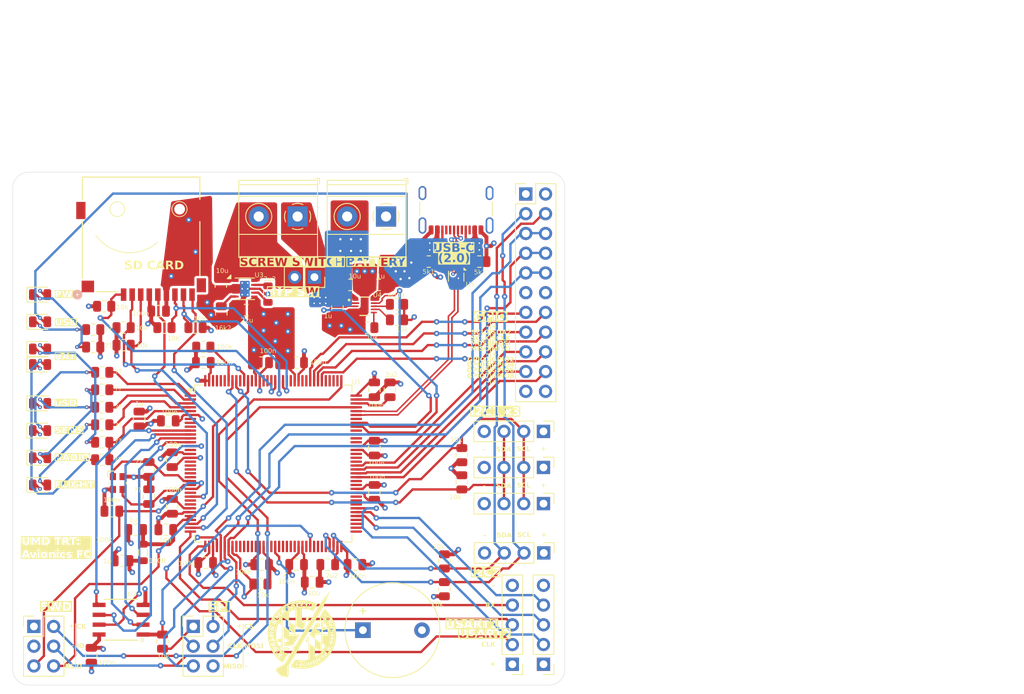
<source format=kicad_pcb>
(kicad_pcb (version 20240108) (generator "pcbnew") (generator_version "8.0")
  (layers (0 "F.Cu" signal) (1 "In1.Cu" power "GND") (2 "In2.Cu" power "3V3") (31 "B.Cu" signal) (34 "B.Paste" user) (35 "F.Paste" user) (36 "B.SilkS" user "B.Silkscreen") (37 "F.SilkS" user "F.Silkscreen") (38 "B.Mask" user) (39 "F.Mask" user) (44 "Edge.Cuts" user))
  (net 0 "")
  (net 1 "Net-(BZ1-+)")
  (net 2 "GND")
  (net 3 "+3V3")
  (net 4 "+3V3A")
  (net 5 "/NRST")
  (net 6 "/RCC_IN")
  (net 7 "/RCC_OUT")
  (net 8 "Net-(C24-Pad2)")
  (net 9 "Net-(C25-Pad2)")
  (net 10 "VBUS")
  (net 11 "VBAT")
  (net 12 "Net-(D1-A)")
  (net 13 "Net-(D2-A)")
  (net 14 "Net-(D3-A)")
  (net 15 "Net-(D4-A)")
  (net 16 "Net-(D5-K)")
  (net 17 "Net-(D6-A)")
  (net 18 "/SD_D3")
  (net 19 "/SD_CMD")
  (net 20 "/SD_CLK")
  (net 21 "/SD_D2")
  (net 22 "/SD_D0")
  (net 23 "/SD_D1")
  (net 24 "/SCL_1")
  (net 25 "/SDA_1")
  (net 26 "/SDA_2")
  (net 27 "/SCL_2")
  (net 28 "/SWO")
  (net 29 "/SWDIO")
  (net 30 "/SWDCK")
  (net 31 "/GPIO_3")
  (net 32 "/MOSI")
  (net 33 "/GPIO_7")
  (net 34 "/GPIO_6")
  (net 35 "/GPIO_4")
  (net 36 "/GPIO_1")
  (net 37 "/SCLK")
  (net 38 "/GPIO_2")
  (net 39 "/MISO")
  (net 40 "/GPIO_8")
  (net 41 "/GPIO_5")
  (net 42 "/SPI_NCS")
  (net 43 "/USART1_RX")
  (net 44 "/USART1_CK")
  (net 45 "/USART1_TX")
  (net 46 "/USART2_TX")
  (net 47 "/USART2_RX")
  (net 48 "/USART2_CK")
  (net 49 "/USB_D+")
  (net 53 "Net-(J11-VCONN)")
  (net 55 "/USB_D-")
  (net 56 "Net-(J11-CC)")
  (net 57 "Net-(U3-LX1)")
  (net 58 "Net-(U3-LX2)")
  (net 59 "/BOOT0")
  (net 60 "/LED_SD")
  (net 61 "/LED_FLIGHT")
  (net 62 "/LED_SENSOR")
  (net 63 "/LED_RADIO")
  (net 64 "/LED_BAT_AMT")
  (net 65 "/PSRAM_NCS")
  (net 66 "Net-(U4-TS{slash}MR)")
  (net 67 "Net-(U4-ILIM{slash}VSET)")
  (net 68 "Net-(U4-ISET)")
  (net 69 "Net-(U3-CFG3)")
  (net 93 "/PSRAM_CLK")
  (net 95 "/PSRAM_D3")
  (net 101 "/PSRAM_D2")
  (net 108 "BAT_LED2")
  (net 126 "/SD_DETECT")
  (net 137 "/PSRAM_D1")
  (net 138 "BAT_LED1")
  (net 139 "/PSRAM_D0")
  (net 142 "/Power/VCOMB_1")
  (net 143 "/Power/VCOMB_2")
  (net 144 "Net-(D7-K)")
  (net 145 "Net-(D8-K)")
  (net 146 "/USB_ESD_D+")
  (net 147 "/USB_ESD_D-")
  (footprint "Resistor_SMD:R_0805_2012Metric" (layer "F.Cu") (at 160.4125 78 180)
    (property "Reference" "R24" (hide yes))
    (property "Value" "13k")
  )
  (footprint "Capacitor_SMD:C_0805_2012Metric" (layer "F.Cu") (at 152.75 76.45 -90)
    (property "Reference" "C27" (hide yes))
    (property "Value" "1u")
  )
  (footprint "LOGO" (layer "F.Cu") (at 148.187839 118.005512)
    (property "Reference" "G***" (hide yes))
    (property "Value" "LOGO" (hide yes))
  )
  (footprint "Package_QFP:LQFP-144_20x20mm_P0.5mm" (layer "F.Cu") (at 144.5 96.5)
    (property "Reference" "U1" (hide yes))
    (property "Value" "STM32H7A3ZITx")
  )
  (footprint "Capacitor_SMD:C_0805_2012Metric" (layer "F.Cu") (at 158.05 73.5 180)
    (property "Reference" "C26" (hide yes))
    (property "Value" "1u")
  )
  (footprint "LED_SMD:LED_0805_2012Metric" (layer "F.Cu") (at 114.5 83.75)
    (property "Reference" "D6" (hide yes))
    (property "Value" "BAT_RED_LED")
  )
  (footprint "Resistor_SMD:R_0805_2012Metric" (layer "F.Cu") (at 122.5 84.75 180)
    (property "Reference" "R10" (hide yes))
    (property "Value" "??")
  )
  (footprint "Crystal:Crystal_SMD_Abracon_ABM10-4Pin_2.5x2.0mm" (layer "F.Cu") (at 124.5 99)
    (property "Reference" "Y1" (hide yes))
    (property "Value" "16Mhz")
  )
  (footprint "Capacitor_SMD:C_0805_2012Metric" (layer "F.Cu") (at 154.45 73.5)
    (property "Reference" "C28" (hide yes))
    (property "Value" "10u")
  )
  (footprint "Resistor_SMD:R_0805_2012Metric" (layer "F.Cu") (at 166.5 109.0875 -90)
    (property "Reference" "R17" (hide yes))
    (property "Value" "10k")
  )
  (footprint "Package_TO_SOT_SMD:SOT-666" (layer "F.Cu") (at 168.0225 72.375 -90)
    (property "Reference" "U5" (hide yes))
    (property "Value" "USBLC6-2P6")
  )
  (footprint "Connector_PinHeader_2.54mm:PinHeader_2x11_P2.54mm_Vertical" (layer "F.Cu") (at 176.975 61.8)
    (property "Reference" "J7" (hide yes))
    (property "Value" "GPIO")
  )
  (footprint "Resistor_SMD:R_0805_2012Metric" (layer "F.Cu") (at 160.4125 76 180)
    (property "Reference" "R26" (hide yes))
    (property "Value" "600R")
  )
  (footprint "MountingHole:MountingHole_2.2mm_M2" (layer "F.Cu") (at 164.875 75.3125)
    (property "Reference" "H4" (hide yes))
    (property "Value" "MountingHole")
  )
  (footprint "Resistor_SMD:R_0805_2012Metric" (layer "F.Cu") (at 122.5 96 180)
    (property "Reference" "R13" (hide yes))
    (property "Value" "??")
  )
  (footprint "Resistor_SMD:R_0805_2012Metric" (layer "F.Cu") (at 125.25 81.25 180)
    (property "Reference" "R1" (hide yes))
    (property "Value" "10k")
  )
  (footprint "Capacitor_SMD:C_0805_2012Metric" (layer "F.Cu") (at 131 91)
    (property "Reference" "C19" (hide yes))
    (property "Value" "100n")
  )
  (footprint "Capacitor_SMD:C_0805_2012Metric" (layer "F.Cu") (at 147.5 109.5 180)
    (property "Reference" "C6" (hide yes))
    (property "Value" "100n")
  )
  (footprint "Resistor_SMD:R_0805_2012Metric" (layer "F.Cu") (at 166.5 112.6625 -90)
    (property "Reference" "R16" (hide yes))
    (property "Value" "10k")
  )
  (footprint "LED_SMD:LED_0805_2012Metric" (layer "F.Cu") (at 114.5 74.75)
    (property "Reference" "D8" (hide yes))
    (property "Value" "PWR_LED")
  )
  (footprint "Capacitor_SMD:C_0805_2012Metric" (layer "F.Cu") (at 131.5 96 90)
    (property "Reference" "C2" (hide yes))
    (property "Value" "100n")
  )
  (footprint "MountingHole:MountingHole_2.2mm_M2" (layer "F.Cu") (at 114.5 62.5)
    (property "Reference" "H1" (hide yes))
    (property "Value" "MountingHole")
  )
  (footprint "Capacitor_SMD:C_0805_2012Metric" (layer "F.Cu") (at 128.5 100.75 90)
    (property "Reference" "C22" (hide yes))
    (property "Value" "??")
  )
  (footprint "Capacitor_SMD:C_0805_2012Metric" (layer "F.Cu") (at 141.0125 76.75 180)
    (property "Reference" "C30" (hide yes))
    (property "Value" "22u")
  )
  (footprint "Capacitor_SMD:C_0805_2012Metric" (layer "F.Cu") (at 125.05 109 180)
    (property "Reference" "C8" (hide yes))
    (property "Value" "1u")
  )
  (footprint "Capacitor_SMD:C_0805_2012Metric" (layer "F.Cu") (at 135.8 109.25 180)
    (property "Reference" "C4" (hide yes))
    (property "Value" "100n")
  )
  (footprint "Capacitor_SMD:C_0805_2012Metric" (layer "F.Cu") (at 147.5 83.5 180)
    (property "Reference" "C16" (hide yes))
    (property "Value" "100n")
  )
  (footprint "Capacitor_SMD:C_0805_2012Metric" (layer "F.Cu") (at 126.8 105 180)
    (property "Reference" "C9" (hide yes))
    (property "Value" "1u")
  )
  (footprint "Capacitor_SMD:C_0805_2012Metric" (layer "F.Cu") (at 159.5 87 -90)
    (property "Reference" "C25" (hide yes))
    (property "Value" "2u2")
  )
  (footprint "Capacitor_SMD:C_0805_2012Metric" (layer "F.Cu") (at 123.7375 102.625)
    (property "Reference" "C20" (hide yes))
    (property "Value" "100n")
  )
  (footprint "Connector_PinHeader_2.54mm:PinHeader_2x01_P2.54mm_Vertical" (layer "F.Cu") (at 149.79 72.5 180)
    (property "Reference" "JP1" (hide yes))
    (property "Value" "Open")
  )
  (footprint "footprints:WSON10_DLH_TEX-M" (layer "F.Cu") (at 156.25 76.25)
    (property "Reference" "U4" (hide yes))
    (property "Value" "BQ25185DLHR")
  )
  (footprint "Resistor_SMD:R_0805_2012Metric" (layer "F.Cu") (at 142.8375 112 180)
    (property "Reference" "R18" (hide yes))
    (property "Value" "10k")
  )
  (footprint "TerminalBlock_Phoenix:TerminalBlock_Phoenix_MKDS-1,5-2_1x02_P5.00mm_Horizontal" (layer "F.Cu") (at 159 64.695 180)
    (property "Reference" "J12" (hide yes))
    (property "Value" "BAT_TERM")
  )
  (footprint "Buzzer_Beeper:Buzzer_12x9.5RM7.6" (layer "F.Cu") (at 156.025 117.9375)
    (property "Reference" "BZ1" (hide yes))
    (property "Value" "Buzzer")
  )
  (footprint "Resistor_SMD:R_0805_2012Metric" (layer "F.Cu") (at 130.25 119.4125 -90)
    (property "Reference" "R19" (hide yes))
    (property "Value" "10k")
  )
  (footprint "Resistor_SMD:R_0805_2012Metric" (layer "F.Cu") (at 130.5 79 180)
    (property "Reference" "R6" (hide yes))
    (property "Value" "10k")
  )
  (footprint "Resistor_SMD:R_0805_2012Metric" (layer "F.Cu") (at 134.5 79)
    (property "Reference" "R5" (hide yes))
    (property "Value" "10k")
  )
  (footprint "Capacitor_SMD:C_0805_2012Metric" (layer "F.Cu") (at 155 109.5)
    (property "Reference" "C7" (hide yes))
    (property "Value" "100n")
  )
  (footprint "TerminalBlock_Phoenix:TerminalBlock_Phoenix_MKDS-1,5-2_1x02_P5.00mm_Horizontal" (layer "F.Cu") (at 147.625 64.695 180)
    (property "Reference" "J13" (hide yes))
    (property "Value" "SW_TERM")
  )
  (footprint "Connector_PinHeader_2.54mm:PinHeader_1x05_P2.54mm_Vertical" (layer "F.Cu") (at 179.25 122.325 180)
    (property "Reference" "J10" (hide yes))
    (property "Value" "USART2")
  )
  (footprint "Resistor_SMD:R_0805_2012Metric" (layer "F.Cu") (at 137.8125 77.1625 -90)
    (property "Reference" "R27" (hide yes))
    (property "Value" "16k2")
  )
  (footprint "Resistor_SMD:R_0805_2012Metric" (layer "F.Cu") (at 122.5 91.5 180)
    (property "Reference" "R9" (hide yes))
    (property "Value" "??")
  )
  (footprint "Connector_PinHeader_2.54mm:PinHeader_2x03_P2.54mm_Vertical" (layer "F.Cu") (at 134.21 117.46)
    (property "Reference" "J8" (hide yes))
    (property "Value" "SPI")
  )
  (footprint "Capacitor_SMD:C_0805_2012Metric" (layer "F.Cu") (at 157.5 94.5 90)
    (property "Reference" "C14" (hide yes))
    (property "Value" "100n")
  )
  (footprint "LED_SMD:LED_0805_2012Metric" (layer "F.Cu") (at 114.5 92.25)
    (property "Reference" "D3" (hide yes))
    (property "Value" "SENSOR_LED")
  )
  (footprint "LED_SMD:LED_0805_2012Metric" (layer "F.Cu") (at 114.5 95.75)
    (property "Reference" "D4" (hide yes))
    (property "Value" "RADIO_LED")
  )
  (footprint "Connector_PinHeader_2.54mm:PinHeader_1x04_P2.54mm_Vertical" (layer "F.Cu") (at 179.25 92.35 -90)
    (property "Reference" "J2" (hide yes))
    (property "Value" "I2C1")
  )
  (footprint "Capacitor_SMD:C_0805_2012Metric" (layer "F.Cu") (at 137.75 73.55 -90)
    (property "Reference" "C29" (hide yes))
    (property "Value" "10u")
  )
  (footprint "Resistor_SMD:R_0805_2012Metric" (layer "F.Cu") (at 125.25 79 180)
    (property "Reference" "R2" (hide yes))
    (property "Value" "10k")
  )
  (footprint "Resistor_SMD:R_0805_2012Metric" (layer "F.Cu") (at 168.75 95.4125 -90)
    (property "Reference" "R14" (hide yes))
    (property "Value" "10k")
  )
  (footprint "Capacitor_SMD:C_0805_2012Metric" (layer "F.Cu") (at 143 109.5 180)
    (property "Reference" "C5" (hide yes))
    (property "Value" "100n")
  )
  (footprint "Capacitor_SMD:C_0805_2012Metric" (layer "F.Cu") (at 121.0985 121.16 -90)
    (property "Reference" "C23" (hide yes))
    (property "Value" "100n")
  )
  (footprint "Capacitor_SMD:C_0805_2012Metric" (layer "F.Cu") (at 149.5 111.75)
    (property "Reference" "C1" (hide yes))
    (property "Value" "10u")
  )
  (footprint "Resistor_SMD:R_0805_2012Metric" (layer "F.Cu") (at 156.5875 79 180)
    (property "Reference" "R23" (hide yes))
    (property "Value" "10k")
  )
  (footprint "Capacitor_SMD:C_0805_2012Metric" (layer "F.Cu") (at 128.5 97.25 -90)
    (property "Reference" "C21" (hide yes))
    (property "Value" "??")
  )
  (footprint "Capacitor_SMD:C_0805_2012Metric" (layer "F.Cu") (at 151.5 109.5)
    (property "Reference" "C24" (hide yes))
    (property "Value" "2u2")
  )
  (footprint "Resistor_SMD:R_0805_2012Metric" (layer "F.Cu") (at 168.75 98.9125 -90)
    (property "Reference" "R15" (hide yes))
    (property "Value" "10k")
  )
  (footprint "footprints1:SOIC8_150MIL_N_ISI-M" (layer "F.Cu") (at 124.92425 116.595 180)
    (property "Reference" "U2" (hide yes))
    (property "Value" "IS66WVS4M8BLL-104NLI")
  )
  (footprint "Resistor_SMD:R_0805_2012Metric" (layer "F.Cu") (at 135.5 81.5)
    (property "Reference" "R7" (hide yes))
    (property "Value" "100k")
  )
  (footprint "Capacitor_SMD:C_0805_2012Metric" (layer "F.Cu") (at 157.5 87 90)
    (property "Reference" "C15" (hide yes))
    (property "Value" "100n")
  )
  (footprint "Capacitor_SMD:C_0805_2012Metric" (layer "F.Cu") (at 157.5 100.2 90)
    (property "Reference" "C13" (hide yes))
    (property "Value" "100n")
  )
  (footprint "Resistor_SMD:R_0805_2012Metric" (layer "F.Cu") (at 121.3375 79.25 180)
    (property "Reference" "R22" (hide yes))
    (property "Value" "??")
  )
  (footprint "Connector_PinHeader_2.54mm:PinHeader_1x04_P2.54mm_Vertical" (layer "F.Cu") (at 179.29 108 -90)
    (property "Reference" "J5" (hide yes))
    (property "Value" "I2C2")
  )
  (footprint "Capacitor_SMD:C_0805_2012Metric" (layer "F.Cu") (at 130.675 105 180)
    (property "Reference" "C10" (hide yes))
    (property "Value" "10n")
  )
  (footprint "Capacitor_SMD:C_0805_2012Metric" (layer "F.Cu") (at 143 83.5 180)
    (property "Reference" "C17" (hide yes))
    (property "Value" "100n")
  )
  (footprint "LED_SMD:LED_0805_2012Metric" (layer "F.Cu") (at 114.5 78.25)
    (property "Reference" "D7" (hide yes))
    (property "Value" "USB_LED")
  )
  (footprint "Resistor_SMD:R_0805_2012Metric" (layer "F.Cu") (at 122.5 89.25)
    (property "Reference" "R8" (hide yes))
    (property "Value" "??")
  )
  (footprint "Capacitor_SMD:C_0805_2012Metric" (layer "F.Cu") (at 129.75 76.875 180)
    (property "Reference" "C11" (hide yes))
    (property "Value" "100n")
  )
  (footprint "Connector_PinHeader_2.54mm:PinHeader_1x04_P2.54mm_Vertical" (layer "F.Cu") (at 179.25 97 -90)
    (property "Reference" "J3" (hide yes))
    (property "Value" "I2C1")
  )
  (footprint "Resistor_SMD:R_0805_2012Metric" (layer "F.Cu") (at 121.3375 81.5 180)
    (property "Reference" "R25" (hide yes))
    (property "Value" "??")
  )
  (footprint "Capacitor_SMD:C_0805_2012Metric" (layer "F.Cu") (at 127.25 90.75 90)
    (property "Reference" "C12" (hide yes))
    (property "Value" "1u")
  )
  (footprint "Connector_PinHeader_2.54mm:PinHeader_2x03_P2.54mm_Vertical" (layer "F.Cu") (at 113.71 117.46)
    (property "Reference" "J6" (hide yes))
    (property "Value" "SWD")
  )
  (footprint "Resistor_SMD:R_0805_2012Metric" (layer "F.Cu") (at 164.5 70.5 180)
    (property "Reference" "R21" (hide yes))
    (property "Value" "5k1")
  )
  (footprint "Capacitor_SMD:C_0805_2012Metric" (layer "F.Cu") (at 135.5 83.5)
    (property "Reference" "C18" (hide yes))
    (property "Value" "100n")
  )
  (footprint "MountingHole:MountingHole_2.2mm_M2" (layer "F.Cu") (at 114.5 111.75)
    (property "Reference" "H2" (hide yes))
    (property "Value" "MountingHole")
  )
  (footprint "Inductor_SMD:L_0805_2012Metric" (layer "F.Cu") (at 143.8125 74.6875 -90)
    (property "Reference" "L1" (hide yes))
    (property "Value" "2u2")
  )
  (footprint "Connector_PinHeader_2.54mm:PinHeader_1x04_P2.54mm_Vertical" (layer "F.Cu") (at 179.25 101.65 -90)
    (property "Reference" "J4" (hide yes))
    (property "Value" "I2C1")
  )
  (footprint "Package_SON:WSON-10-1EP_2.5x2.5mm_P0.5mm_EP1.2x2mm_ThermalVias" (layer "F.Cu") (at 140.85 74)
    (property "Reference" "U3" (hide yes))
    (property "Value" "TPS63900")
  )
  (footprint "LED_SMD:LED_0805_2012Metric" (layer "F.Cu") (at 114.5 99.25)
    (property "Reference" "D2" (hide yes))
    (property "Value" "FLIGHT_LED")
  )
  (footprint "LED_SMD:LED_0805_2012Metric" (layer "F.Cu") (at 114.5 81.75)
    (property "Reference" "D5" (hide yes))
    (property "Value" "BAT_GRN_LED")
  )
  (footprint "Inductor_SMD:L_0805_2012Metric" (layer "F.Cu") (at 127.75 107.9375 -90)
    (property "Reference" "FB1" (hide yes))
    (property "Value" "120R")
  )
  (footprint "Resistor_SMD:R_0805_2012Metric" (layer "F.Cu") (at 122.5 87 180)
    (property "Reference" "R11" (hide yes))
    (property "Value" "??")
  )
  (footprint "Resistor_SMD:R_0805_2012Metric" (layer "F.Cu") (at 122.75 76.25 180)
    (property "Reference" "R3" (hide yes))
    (property "Value" "10k")
  )
  (footprint "Resistor_SMD:R_0805_2012Metric" (layer "F.Cu") (at 122.5 93.75 180)
    (property "Reference" "R12" (hide yes))
    (property "Value" "??")
  )
  (footprint "MountingHole:MountingHole_2.2mm_M2" (layer "F.Cu") (at 169.625 121.75)
    (property "Reference" "H3" (hide yes))
    (property "Value" "MountingHole")
  )
  (footprint "Capacitor_SMD:C_0805_2012Metric" (layer "F.Cu") (at 131.5 102 -90)
    (property "Reference" "C3" (hide yes))
    (property "Value" "100n")
  )
  (footprint "Connector_USB:USB_C_Receptacle_GCT_USB4105-xx-A_16P_TopMnt_Horizontal" (layer "F.Cu") (at 168 62.75 180)
    (property "Reference" "J11" (hide yes))
    (property "Value" "USB_C_Plug_USB2.0")
  )
  (footprint "Resistor_SMD:R_0805_2012Metric" (layer "F.Cu") (at 171 70.5)
    (property "Reference" "R20" (hide yes))
    (property "Value" "5k1")
  )
  (footprint "LED_SMD:LED_0805_2012Metric" (layer "F.Cu") (at 114.5 88.75)
    (property "Reference" "D1" (hide yes))
    (property "Value" "SD_LED")
  )
  (footprint "Connector_PinHeader_2.54mm:PinHeader_1x05_P2.54mm_Vertical" (layer "F.Cu") (at 175.25 122.33 180)
    (property "Reference" "J9" (hide yes))
    (property "Value" "USART1")
  )
  (footprint "footprints2:CONN9_MSD-1_CUD" (layer "F.Cu") (at 127.5 67 180)
    (property "Reference" "J1" (hide yes))
    (property "Value" "Micro_SD_Card_Det1")
  )
  (gr_line (start 145.8125 111.0625) (end 146.1875 110.5625) (stroke (width 0.1)) (layer "F.SilkS"))
  (gr_circle (center 124.4375 63.75) (end 125.25 63.25) (stroke (width 0.1)) (fill none) (layer "F.SilkS"))
  (gr_circle (center 132.4375 63.75) (end 133.0625 63) (stroke (width 0.1)) (fill none) (layer "F.SilkS"))
  (gr_arc (start 129.625 68) (mid 125.443007 69.330664) (end 121.671433 67.086792) (stroke (width 0.1)) (layer "F.SilkS"))
  (gr_line (start 172.4375 78.125) (end 172.4375 86.25) (stroke (width 0.1)) (layer "F.SilkS"))
  (gr_line (start 119.0625 117.09375) (end 119.0625 122.90625) (stroke (width 0.1)) (layer "F.SilkS"))
  (gr_line (start 140.625 117.125) (end 140.625 122.9375) (stroke (width 0.1)) (layer "F.SilkS"))
  (gr_arc (start 180 59) (mid 181.414214 59.585786) (end 182 61) (stroke (width 0.05)) (layer "Edge.Cuts"))
  (gr_arc (start 113 125) (mid 111.585786 124.414214) (end 111 123) (stroke (width 0.05)) (layer "Edge.Cuts"))
  (gr_line (start 111 123) (end 111 61) (stroke (width 0.05)) (layer "Edge.Cuts"))
  (gr_line (start 180 125) (end 113 125) (stroke (width 0.05)) (layer "Edge.Cuts"))
  (gr_arc (start 111 61) (mid 111.585786 59.585786) (end 113 59) (stroke (width 0.05)) (layer "Edge.Cuts"))
  (gr_line (start 182 61) (end 182 123) (stroke (width 0.05)) (layer "Edge.Cuts"))
  (gr_arc (start 182 123) (mid 181.414214 124.414214) (end 180 125) (stroke (width 0.05)) (layer "Edge.Cuts"))
  (gr_line (start 113 59) (end 180 59) (stroke (width 0.05)) (layer "Edge.Cuts"))
  (gr_text "+" (at 172.5625 86 0) (layer "F.SilkS") (effects (font (size 0.6 0.6) (thickness 0.1)) (justify left)))
  (gr_text "1u" (at 157.788748 72.765 0) (layer "F.SilkS") (effects (font (size 0.6 0.6) (thickness 0.1)) (justify left bottom)))
  (gr_text "100k" (at 121.6875 106.6875 0) (layer "F.SilkS") (effects (font (size 0.6 0.6) (thickness 0.1)) (justify left bottom)))
  (gr_text "BAT" (at 116.375 82.75 0) (layer "F.SilkS" knockout) (effects (font (size 0.8 0.9) (thickness 0.16) (bold yes)) (justify left)))
  (gr_text "MISO" (at 172.3125 81.75 0) (layer "F.SilkS") (effects (font (size 0.6 0.6) (thickness 0.1)) (justify right)))
  (gr_text "USART2" (at 168.25 119.125 0) (layer "F.SilkS" knockout) (effects (font (size 1.1 1.1) (thickness 0.2) (bold yes)) (justify left bottom)))
  (gr_text "+" (at 140.5 117.4375 0) (layer "F.SilkS") (effects (font (size 0.6 0.6) (thickness 0.1)) (justify right)))
  (gr_text "22u" (at 140.3125 78.4375 0) (layer "F.SilkS") (effects (font (size 0.6 0.6) (thickness 0.1)) (justify left bottom)))
  (gr_text "10k" (at 167.25 93.8125 0) (layer "F.SilkS") (effects (font (size 0.6 0.6) (thickness 0.1)) (justify left bottom)))
  (gr_text "SCL" (at 176.75 105.6875 0) (layer "F.SilkS") (effects (font (size 0.6 0.6) (thickness 0.1))))
  (gr_text "13k" (at 160.3125 79.625 0) (layer "F.SilkS") (effects (font (size 0.6 0.6) (thickness 0.1)) (justify left bottom)))
  (gr_text "??" (at 124.125 89.625 0) (layer "F.SilkS") (effects (font (size 0.6 0.6) (thickness 0.1)) (justify left bottom)))
  (gr_text "5k1" (at 163.6875 72.1875 0) (layer "F.SilkS") (effects (font (size 0.6 0.6) (thickness 0.1)) (justify left bottom)))
  (gr_text "–" (at 172.25 85.9375 0) (layer "F.SilkS") (effects (font (size 0.6 0.6) (thickness 0.1)) (justify right)))
  (gr_text "??" (at 124.125 85.0625 0) (layer "F.SilkS") (effects (font (size 0.6 0.6) (thickness 0.1)) (justify left bottom)))
  (gr_text "CLK" (at 173.0625 119.8125 0) (layer "F.SilkS") (effects (font (size 0.6 0.6) (thickness 0.1)) (justify right)))
  (gr_text "SCL" (at 176.6875 99.3125 0) (layer "F.SilkS") (effects (font (size 0.6 0.6) (thickness 0.1))))
  (gr_text "SDA" (at 174.125 94.6875 0) (layer "F.SilkS") (effects (font (size 0.6 0.6) (thickness 0.1))))
  (gr_text "+" (at 172.5625 78.875 0) (layer "F.SilkS") (effects (font (size 0.6 0.6) (thickness 0.1)) (justify left)))
  (gr_text "100n" (at 156.6875 96.875 0) (layer "F.SilkS") (effects (font (size 0.6 0.6) (thickness 0.1)) (justify left bottom)))
  (gr_text "–" (at 118.875 119.9375 0) (layer "F.SilkS") (effects (font (size 0.6 0.6) (thickness 0.1)) (justify right)))
  (gr_text "GPIO7" (at 172.3125 85.25 0) (layer "F.SilkS") (effects (font (size 0.6 0.6) (thickness 0.1)) (justify right)))
  (gr_text "RADIO" (at 116.375 95.75 0) (layer "F.SilkS" knockout) (effects (font (size 0.8 0.9) (thickness 0.16) (bold yes)) (justify left)))
  (gr_text "BYP SW" (at 147 75.125 0) (layer "F.SilkS" knockout) (effects (font (size 1.1 1.1) (thickness 0.2) (bold yes)) (justify bottom)))
  (gr_text "+" (at 173.0625 122.3125 0) (layer "F.SilkS") (effects (font (size 0.6 0.6) (thickness 0.1)) (justify right)))
  (gr_text "USART1" (at 166.625 117.875 0) (layer "F.SilkS" knockout) (effects (font (size 1.1 1.1) (thickness 0.2) (bold yes)) (justify left bottom)))
  (gr_text "600R" (at 159.25 75.25 0) (layer "F.SilkS") (effects (font (size 0.6 0.6) (thickness 0.1)) (justify left bottom)))
  (gr_text "10u" (at 137.125 72.0625 0) (layer "F.SilkS") (effects (font (size 0.6 0.6) (thickness 0.1)) (justify left bottom)))
  (gr_text "I2C1 x3" (at 169.8125 90.5 0) (layer "F.SilkS" knockout) (effects (font (size 1.1 1.1) (thickness 0.2) (bold yes)) (justify left bottom)))
  (gr_text "100n" (at 130.0625 90.25 0) (layer "F.SilkS") (effects (font (size 0.6 0.6) (thickness 0.1)) (justify left bottom)))
  (gr_text "+" (at 172.5625 82.4375 0) (layer "F.SilkS") (effects (font (size 0.6 0.6) (thickness 0.1)) (justify left)))
  (gr_text "100n" (at 137.125 83.875 0) (layer "F.SilkS") (effects (font (size 0.6 0.6) (thickness 0.1)) (justify left bottom)))
  (gr_text "GPIO8" (at 172.5625 85.25 0) (layer "F.SilkS") (effects (font (size 0.6 0.6) (thickness 0.1)) (justify left)))
  (gr_text "SCLK" (at 172.5625 80.375 0) (layer "F.SilkS") (effects (font (size 0.6 0.6) (thickness 0.1)) (justify left)))
  (gr_text "1u" (at 122.625 109.4375 0) (layer "F.SilkS") (effects (font (size 0.6 0.6) (thickness 0.1)) (justify left bottom)))
  (gr_text "GPIO2" (at 172.5625 83.125 0) (layer "F.SilkS") (effects (font (size 0.6 0.6) (thickness 0.1)) (justify left)))
  (gr_text "RS" (at 118.9375 122.625 0) (layer "F.SilkS") (effects (font (size 0.6 0.6) (thickness 0.1)) (justify right)))
  (gr_text "PWR" (at 116.375 74.75 0) (layer "F.SilkS" knockout) (effects (font (size 0.8 0.9) (thickness 0.16) (bold yes)) (justify left)))
  (gr_text "UMD TRT:\nAvionics FC" (at 112.125 108.8125 0) (layer "F.SilkS" knockout) (effects (font (size 1 1) (thickness 0.2) (bold yes)) (justify left bottom)))
  (gr_text "10k" (at 142.375 113.8125 0) (layer "F.SilkS") (effects (font (size 0.6 0.6) (thickness 0.1)) (justify left bottom)))
  (gr_text "GPIO1" (at 172.375 83.125 0) (layer "F.SilkS") (effects (font (size 0.6 0.6) (thickness 0.1)) (justify right)))
  (gr_text "+" (at 179.25 99.3125 0) (layer "F.SilkS") (effects (font (size 0.6 0.6) (thickness 0.1))))
  (gr_text "CS" (at 140.75 117.5 0) (layer "F.SilkS") (effects (font (size 0.6 0.6) (thickness 0.1)) (justify left)))
  (gr_text "(2.0)" (at 167.75 70.75 0) (layer "F.SilkS" knockout) (effects (font (size 1.1 1.1) (thickness 0.2) (bold yes)) (justify bottom)))
  (gr_text "100n" (at 145.125 112.0625 0) (layer "F.SilkS") (effects (font (size 0.6 0.6) (thickness 0.1)) (justify left bottom)))
  (gr_text "100n" (at 132.3125 109.75 0) (layer "F.SilkS") (effects (font (size 0.6 0.6) (thickness 0.1)) (justify left bottom)))
  (gr_text "1u" (at 125.9375 104.125 0) (layer "F.SilkS") (effects (font (size 0.6 0.6) (thickness 0.1)) (justify left bottom)))
  (gr_text "100n" (at 156.625 89.375 0) (layer "F.SilkS") (effects (font (size 0.6 0.6) (thickness 0.1)) (justify left bottom)))
  (gr_text "–" (at 171.625 99.375 0) (layer "F.SilkS") (effects (font (size 0.6 0.6) (thickness 0.1))))
  (gr_text "??" (at 122.875 79.5625 0) (layer "F.SilkS") (effects (font (size 0.6 0.6) (thickness 0.1)) (justify left bottom)))
  (gr_text "5k1" (at 170.3125 72.25 0) (layer "F.SilkS") (effects (font (size 0.6 0.6) (thickness 0.1)) (justify left bottom)))
  (gr_text "100n" (at 130.5625 100.25 0) (layer "F.SilkS") (effects (font (size 0.6 0.6) (thickness 0.1)) (justify left bottom)))
  (gr_text "–" (at 172.25 82.375 0) (layer "F.SilkS") (effects (font (size 0.6 0.6) (thickness 0.1)) (justify right)))
  (gr_text "+" (at 179.3125 105.6875 0) (layer "F.SilkS") (effects (font (size 0.6 0.6) (thickness 0.1))))
  (gr_text "2u2" (at 158.875 85.4375 0) (layer "F.SilkS") (effects (font (size 0.6 0.6) (thickness 0.1)) (justify left bottom)))
  (gr_text "I2C2" (at 169.875 111.1875 0) (layer "F.SilkS" knockout) (effects (font (size 1.1 1.1) (thickness 0.2) (bold yes)) (justify left bottom)))
  (gr_text "??" (at 122.875 81.75 0) (layer "F.SilkS") (effects (font (size 0.6 0.6) (thickness 0.1)) (justify left bottom)))
  (gr_text "–" (at 173.0625 112.1875 0) (layer "F.SilkS") (effects (font (size 0.6 0.6) (thickness 0.1)) (justify right)))
  (gr_text "SCL2" (at 172.3125 79.625 0) (layer "F.SilkS") (effects (font (size 0.6 0.6) (thickness 0.1)) (justify right)))
  (gr_text "100n" (at 126.375 77.5625 0) (layer "F.SilkS") (effects (font (size 0.6 0.6) (thickness 0.1)) (justify left bottom)))
  (gr_text "100n" (at 149.1875 83.8125 0) (layer "F.SilkS") (effects (font (size 0.6 0.6) (thickness 0.1)) (justify left bottom)))
  (gr_text "MOSI" (at 140.75 120 0) (layer "F.SilkS") (effects (font (size 0.6 0.6) (thickness 0.1)) (justify left)))
  (gr_text "1u" (at 126.75 89.1875 0) (layer "F.SilkS") (effects (font (size 0.6 0.6) (thickness 0.1)) (justify left bottom)))
  (gr_text "SCL" (at 176.6875 94.625 0) (layer "F.SilkS") (effects (font (size 0.6 0.6) (thickness 0.1))))
  (gr_text "10k" (at 124.3125 76.75 0) (layer "F.SilkS") (effects (font (size 0.6 0.6) (thickness 0.1)) (justify left bottom)))
  (gr_text "100n" (at 139.625 110.8125 0) (layer "F.SilkS") (effects (font (size 0.6 0.6) (thickness 0.1)) (justify left bottom)))
  (gr_text "–" (at 171.6875 105.75 0) (layer "F.SilkS") (effects (font (size 0.6 0.6) (thickness 0.1))))
  (gr_text "+" (at 118.9375 117.4375 0) (layer "F.SilkS") (effects (font (size 0.6 0.6) (thickness 0.1)) (justify right)))
  (gr_text "10k" (at 156.4375 80.625 0) (layer "F.SilkS") (effects (font (size 0.6 0.6) (thickness 0.1)) (justify left bottom)))
  (gr_text "GPIO4" (at 172.5625 83.8125 0) (layer "F.SilkS") (effects (font (size 0.6 0.6) (thickness 0.1)) (justify left)))
  (gr_text "USB" (at 116.375 78.375 0) (layer "F.SilkS" knockout) (effects (font (size 0.8 0.9) (thickness 0.16) (bold yes)) (justify left)))
  (gr_text "CK" (at 119.1875 117.5 0) (layer "F.SilkS") (effects (font (size 0.6 0.6) (thickness 0.1)) (justify left)))
  (gr_text "10k" (at 134.272936 78.265 0) (layer "F.SilkS") (effects (font (size 0.6 0.6) (thickness 0.1)) (justify left bottom)))
  (gr_text "CLK" (at 140.5 120 0) (layer "F.SilkS") (effects (font (size 0.6 0.6) (thickness 0.1)) (justify right)))
  (gr_text "10k" (at 129.5625 121.75 0) (layer "F.SilkS") (effects (font (size 0.6 0.6) (thickness 0.1)) (justify left bottom)))
  (gr_text "??" (at 124.0625 96.375 0) (layer "F.SilkS") (effects (font (size 0.6 0.6) (thickness 0.1)) (justify left bottom)))
  (gr_text "??" (at 126.625 100.3125 0) (layer "F.SilkS") (effects (font (size 0.6 0.6) (thickness 0.1)) (justify left bottom)))
  (gr_text "10k" (at 126.8125 79.4375 0) (layer "F.SilkS") (effects (font (size 0.6 0.6) (thickness 0.1)) (justify left bottom)))
  (gr_text "SCREW SWITCH" (at 140.1875 71.25 0) (layer "F.SilkS" knockout) (effects (font (size 1.1 1.1) (thickness 0.2) (bold yes)) (justify left bottom)))
  (gr_text "SWD" (at 114.5 115.625 0) (layer "F.SilkS" knockout) (effects (font (size 1.1 1.1) (thickness 0.2) (bold yes)) (justify left bottom)))
  (gr_text "16k2" (at 137 79.4375 0) (layer "F.SilkS") (effects (font (size 0.6 0.6) (thickness 0.1)) (justify left bottom)))
  (gr_text "RX" (at 173.0625 114.75 0) (layer "F.SilkS") (effects (font (size 0.6 0.6) (thickness 0.1)) (justify right)))
  (gr_text "U4" (at 157.3125 75.1875 0) (layer "F.SilkS") (effects (font (size 0.6 0.6) (thickness 0.1)) (justify left bottom)))
  (gr_text "–" (at 140.8125 122.5625 0) (layer "F.SilkS") (effects (font (size 0.6 0.6) (thickness 0.1)) (justify left)))
  (gr_text "??" (at 124.125 94 0) (layer "F.SilkS") (effects (font (size 0.6 0.6) (thickness 0.1)) (justify left bottom)))
  (gr_text "100n" (at 142.75 82.375 0) (layer "F.SilkS") (effects (font (size 0.6 0.6) (thickness 0.1)) (justify left bottom)))
  (gr_text "TX" (at 173.0625 117.25 0) (layer "F.SilkS") (effects (font (size 0.6 0.6) (thickness 0.1)) (justify right)))
  (gr_text "o" (at 127.3125 119.5 0) (layer "F.SilkS") (effects (font (size 0.6 0.6) (thickness 0.1)) (justify left bottom)))
  (gr_text "–" (at 172.25 78.8125 0) (layer "F.SilkS") (effects (font (size 0.6 0.6) (thickness 0.1)) (justify right)))
  (gr_text "U1" (at 154.61 86.39 0) (layer "F.SilkS") (effects (font (size 0.6 0.6) (thickness 0.1)) (justify left bottom)))
  (gr_text "MOSI" (at 172.3125 81.0625 0) (layer "F.SilkS") (effects (font (size 0.6 0.6) (thickness 0.1)) (justify right)))
  (gr_text "100k" (at 137.1875 81.875 0) (layer "F.SilkS") (effects (font (size 0.6 0.6) (thickness 0.1)) (justify left bottom)))
  (gr_text "–" (at 171.625 94.6875 0) (layer "F.SilkS") (effects (font (size 0.6 0.6) (thickness 0.1))))
  (gr_text "10u" (at 148.9375 113.5625 0) (layer "F.SilkS") (effects (font (size 0.6 0.6) (thickness 0.1)) (justify left bottom)))
  (gr_text "SDA" (at 174.1875 105.75 0) (layer "F.SilkS") (effects (font (size 0.6 0.6) (thickness 0.1))))
  (gr_text "1u" (at 151 77.875 0) (layer "F.SilkS") (effects (font (size 0.6 0.6) (thickness 0.1)) (justify left bottom)))
  (gr_text "FLIGHT" (at 116.375 99.25 0) (layer "F.SilkS" knockout) (effects (font (size 0.8 0.9) (thickness 0.16) (bold yes)) (justify left)))
  (gr_text "+" (at 179.25 94.625 0) (layer "F.SilkS") (effects (font (size 0.6 0.6) (thickness 0.1))))
  (gr_text "100n" (at 122 122.5 0) (layer "F.SilkS") (effects (font (size 0.6 0.6) (thickness 0.1)) (justify left bottom)))
  (gr_text "100n" (at 156.75 98.625 0) (layer "F.SilkS") (effects (font (size 0.6 0.6) (thickness 0.1)) (justify left bottom)))
  (gr_text "??" (at 124.125 87.3125 0) (layer "F.SilkS") (effects (font (size 0.6 0.6) (thickness 0.1)) (justify left bottom)))
  (gr_text "MISO" (at 172.5625 81.75 0) (layer "F.SilkS") (effects (font (size 0.6 0.6) (thickness 0.1)) (justify left)))
  (gr_text "120R" (at 128.5 109.375 0) (layer "F.SilkS") (effects (font (size 0.6 0.6) (thickness 0.1)) (justify left bottom)))
  (gr_text "IO" (at 119.1875 120 0) (layer "F.SilkS") (effects (font (size 0.6 0.6) (thickness 0.1)) (justify left)))
  (gr_text "SDA" (at 174.125 99.375 0) (layer "F.SilkS") (effects (font (size 0.6 0.6) (thickness 0.1))))
  (gr_text "10u" (at 154.188748 72.765 0) (layer "F.SilkS") (effects (font (size 0.6 0.6) (thickness 0.1)) (justify left bottom)))
  (gr_text "2u2" (at 143.25 73.125 0) (layer "F.SilkS") (effects (font (size 0.6 0.6) (thickness 0.1)) (justify left bottom)))
  (gr_text "USB-C" (at 167.6875 69.4375 0) (layer "F.SilkS" knockout) (effects (font (size 1.1 1.1) (thickness 0.2) (bold yes)) (justify bottom)))
  (gr_text "U5" (at 169.25 73.8125 0) (layer "F.SilkS") (effects (font (size 0.6 0.6) (thickness 0.1)) (justify left bottom)))
  (gr_text "+" (at 152.625 70.5625 0) (layer "F.SilkS" knockout) (effects (font (size 1.2 1.2) (thickness 0.1))))
  (gr_text "??" (at 124.125 91.9375 0) (layer "F.SilkS") (effects (font (size 0.6 0.6) (thickness 0.1)) (justify left bottom)))
  (gr_text "??" (at 126.75 96.6875 0) (layer "F.SilkS") (effects (font (size 0.6 0.6) (thickness 0.1)) (justify left bottom)))
  (gr_text "GPIO3" (at 172.3125 83.8125 0) (layer "F.SilkS") (effects (font (size 0.6 0.6) (thickness 0.1)) (justify right)))
  (gr_text "SDA2" (at 172.5625 79.625 0) (layer "F.SilkS") (effects (font (size 0.6 0.6) (thickness 0.1)) (justify left)))
  (gr_text "100n" (at 130.5625 94.4375 0) (layer "F.SilkS") (effects (font (size 0.6 0.6) (thickness 0.1)) (justify left bottom)))
  (gr_text "2u2" (at 151.25 111.3125 0) (layer "F.SilkS") (effects (font (size 0.6 0.6) (thickness 0.1)) (justify left bottom)))
  (gr_text "GPIO" (at 172.4375 78.3125 0) (layer "F.SilkS" knockout) (effects (font (size 1.1 1.1) (thickness 0.2) (bold yes)) (justify bottom)))
  (gr_text "10k" (at 164.8125 115 0) (layer "F.SilkS") (effects (font (size 0.6 0.6) (thickness 0.1)) (justify left bottom)))
  (gr_text "SCLK" (at 172.3125 80.375 0) (layer "F.SilkS") (effects (font (size 0.6 0.6) (thickness 0.1)) (justify right)))
  (gr_text "MISO" (at 140.5 122.625 0) (layer "F.SilkS") (effects (font (size 0.6 0.6) (thickness 0.1)) (justify right)))
  (gr_text "SPI" (at 136.1875 115.625 0) (layer "F.SilkS" knockout) (effects (font (size 1.1 1.1) (thickness 0.2) (bold yes)) (justify left bottom)))
  (gr_text "GPIO6" (at 172.5625 84.5 0) (layer "F.SilkS") (effects (font (size 0.6 0.6) (thickness 0.1)) (justify left)))
  (gr_text "BATTERY" (at 153.875 71.25 0) (layer "F.SilkS" knockout) (effects (font (size 1.1 1.1) (thickness 0.2) (bold yes)) (justify left bottom)))
  (gr_text "U2" (at 125.75 113.6875 0) (layer "F.SilkS") (effects (font (size 0.6 0.6) (thickness 0.1)) (justify left bottom)))
  (gr_text "10k" (at 130.875 80.75 0) (layer "F.SilkS") (effects (font (size 0.6 0.6) (thickness 0.1)) (justify left bottom)))
  (gr_text "10k" (at 126.875 81.6875 0) (layer "F.SilkS") (effects (font (size 0.6 0.6) (thickness 0.1)) (justify left bottom)))
  (gr_text "MOSI" (at 172.5625 81.0625 0) (layer "F.SilkS") (effects (font (size 0.6 0.6) (thickness 0.1)) (justify left)))
  (gr_text "GPIO5" (at 172.3125 84.5 0) (layer "F.SilkS") (effects (font (size 0.6 0.6) (thickness 0.1)) (justify right)))
  (gr_text "100n" (at 154.3125 111.375 0) (layer "F.SilkS") (effects (font (size 0.6 0.6) (thickness 0.1)) (justify left bottom)))
  (gr_text "100n" (at 122.625 101.5625 0) (layer "F.SilkS") (effects (font (size 0.6 0.6) (thickness 0.1)) (justify left bottom)))
  (gr_text "10n" (at 129.8125 106.75 0) (layer "F.SilkS") (effects (font (size 0.6 0.6) (thickness 0.1)) (justify left bottom)))
  (gr_text "10k" (at 167.125 101.1875 0) (layer "F.SilkS") (effects (font (size 0.6 0.6) (thickness 0.1)) (justify left bottom)))
  (gr_text "uSD" (at 116.375 88.75 0) (layer "F.SilkS" knockout) (effects (font (size 0.8 0.9) (thickness 0.16) (bold yes)) (justify left)))
  (gr_text "SENS" (at 116.375 92.25 0) (layer "F.SilkS" knockout) (effects (font (size 0.8 0.9) (thickness 0.16) (bold yes)) (justify left)))
  (gr_text "O" (at 119.1875 122.625 0) (layer "F.SilkS") (effects (font (size 0.6 0.6) (thickness 0.1)) (justify left)))
  (gr_text "U3" (at 142.1 72.615 0) (layer "F.SilkS") (effects (font (size 0.6 0.6) (thickness 0.1)) (justify left bottom)))
  (gr_text "10k" (at 165 107.5625 0) (layer "F.SilkS") (effects (font (size 0.6 0.6) (thickness 0.1)) (justify left bottom)))
  (gr_text "SD CARD" (at 125.3125 71.6875 0) (layer "F.SilkS") (effects (font (size 1.1 1.1) (thickness 0.2) (bold yes)) (justify left bottom)))
  (segment (start 144.75 108.00312) (end 144.99688 108.25) (width 0.3) (layer "F.Cu") (net 1))
  (segment (start 145.25 108.5) (end 145.25 109.25) (width 0.3) (layer "F.Cu") (net 1))
  (segment (start 144.99688 108.25) (end 145 108.25) (width 0.3) (layer "F.Cu") (net 1))
  (segment (start 144.75 107.1625) (end 144.75 108.00312) (width 0.3) (layer "F.Cu") (net 1))
  (segment (start 145 108.25) (end 145.25 108.5) (width 0.3) (layer "F.Cu") (net 1))
  (via (at 145.25 109.25) (size 0.7) (drill 0.3) (layers "F.Cu" "B.Cu") (net 1))
  (segment (start 145.25 109.25) (end 146.25 110.25) (width 0.3) (layer "B.Cu") (net 1))
  (segment (start 146.25 110.25) (end 146.25 117.5) (width 0.3) (layer "B.Cu") (net 1))
  (segment (start 146.75 118) (end 151.7 118) (width 0.3) (layer "B.Cu") (net 1))
  (segment (start 151.7625 117.9375) (end 156.025 117.9375) (width 0.3) (layer "B.Cu") (net 1))
  (segment (start 151.7 118) (end 151.7625 117.9375) (width 0.3) (layer "B.Cu") (net 1))
  (segment (start 146.25 117.5) (end 146.75 118) (width 0.3) (layer "B.Cu") (net 1))
  (segment (start 133.6 84.45) (end 134.55 83.5) (width 0.5) (layer "F.Cu") (net 2))
  (segment (start 171.9125 67.341003) (end 171.2 66.628503) (width 0.5) (layer "F.Cu") (net 2))
  (segment (start 130.825 95.05) (end 130 95.875) (width 0.5) (layer "F.Cu") (net 2))
  (segment (start 133.8375 102.75) (end 132.99688 102.75) (width 0.3) (layer "F.Cu") (net 2))
  (segment (start 142.75 107.1625) (end 142.75 108.00312) (width 0.3) (layer "F.Cu") (net 2))
  (segment (start 128.05 112.675) (end 128 112.625) (width 0.5) (layer "F.Cu") (net 2))
  (segment (start 122.7875 99.9625) (end 122.7875 102.625) (width 0.5) (layer "F.Cu") (net 2))
  (segment (start 163.5875 67.841003) (end 164.8 66.628503) (width 0.5) (layer "F.Cu") (net 2))
  (segment (start 146.55 110.475) (end 146.95 110.875) (width 0.5) (layer "F.Cu") (net 2))
  (segment (start 159.5 86.05) (end 160.675 86.05) (width 0.5) (layer "F.Cu") (net 2))
  (segment (start 124.1 108.025) (end 124.625 107.5) (width 0.5) (layer "F.Cu") (net 2))
  (segment (start 127.25 91.7) (end 127.918629 91.7) (width 0.5) (layer "F.Cu") (net 2))
  (segment (start 113.5625 99.25) (end 114 99.25) (width 0.3) (layer "F.Cu") (net 2))
  (segment (start 156.70312 95.45) (end 157.5 95.45) (width 0.3) (layer "F.Cu") (net 2))
  (segment (start 172.5 68.5) (end 172.875 68.125) (width 0.5) (layer "F.Cu") (net 2))
  (segment (start 114 95.75) (end 114.5 96.25) (width 0.3) (layer "F.Cu") (net 2))
  (segment (start 171.2 66.628503) (end 171.2 66.43) (width 0.5) (layer "F.Cu") (net 2))
  (segment (start 156.00312 94.75) (end 156.70312 95.45) (width 0.3) (layer "F.Cu") (net 2))
  (segment (start 128.5 98.2) (end 128.5 99.8) (width 0.5) (layer "F.Cu") (net 2))
  (segment (start 156.00312 100.25) (end 156.25 100.49688) (width 0.3) (layer "F.Cu") (net 2))
  (segment (start 142.75 108.00312) (end 142.05 108.70312) (width 0.3) (layer "F.Cu") (net 2))
  (segment (start 150.5 111.7) (end 150.5 109.55) (width 0.5) (layer "F.Cu") (net 2))
  (segment (start 129.75 103.5) (end 130.131371 103.5) (width 0.5) (layer "F.Cu") (net 2))
  (segment (start 122.925 99.825) (end 123.875 99.825) (width 0.5) (layer "F.Cu") (net 2))
  (segment (start 159.5 86.05) (end 159.4 86.05) (width 0.5) (layer "F.Cu") (net 2))
  (segment (start 157.25 109.3) (end 157.05 109.5) (width 0.5) (layer "F.Cu") (net 2))
  (segment (start 142.777104 74) (end 143.464604 74.6875) (width 0.3) (layer "F.Cu") (net 2))
  (segment (start 171.9125 70.5) (end 171.9125 68.5) (width 0.5) (layer "F.Cu") (net 2))
  (segment (start 129.125 91) (end 128.75 91.375) (width 0.5) (layer "F.Cu") (net 2))
  (segment (start 159.4 86.05) (end 157.5 87.95) (width 0.5) (layer "F.Cu") (net 2))
  (segment (start 114 92.25) (end 114.5 92.75) (width 0.3) (layer "F.Cu") (net 2))
  (segment (start 134.55 83.5) (end 134.55 81.5375) (width 0.5) (layer "F.Cu") (net 2))
  (segment (start 122.25 81.5) (end 122.25 82.75) (width 0.5) (layer "F.Cu") (net 2))
  (segment (start 157.3 101.15) (end 157.5 100.95) (width 0.3) (layer "F.Cu") (net 2))
  (segment (start 131.5 95.05) (end 130.825 95.05) (width 0.3) (layer "F.Cu") (net 2))
  (segment (start 162.25 78) (end 162.625 77.625) (width 0.3) (layer "F.Cu") (net 2))
  (segment (start 160.675 86.05) (end 160.875 86.25) (width 0.5) (layer "F.Cu") (net 2))
  (segment (start 125.85 106.4) (end 126.2 106.75) (width 0.5) (layer "F.Cu") (net 2))
  (segment (start 155.1625 100.25) (end 156.00312 100.25) (width 0.3) (layer "F.Cu") (net 2))
  (segment (start 148.45 82.05) (end 148.5 82) (width 0.3) (layer "F.Cu") (net 2))
  (segment (start 128.05 114.39) (end 128.05 112.675) (width 0.5) (layer "F.Cu") (net 2))
  (segment (start 165.5875 72.5) (end 163.5875 70.5) (width 0.5) (layer "F.Cu") (net 2))
  (segment (start 125.125 98.175) (end 126.475 98.175) (width 0.5) (layer "F.Cu") (net 2))
  (segment (start 125.85 105) (end 125.85 106.4) (width 0.5) (layer "F.Cu") (net 2))
  (segment (start 150.45 111.75) (end 150.5 111.7) (width 0.5) (layer "F.Cu") (net 2))
  (segment (start 146.55 109.2) (end 146.55 109.5) (width 0.3) (layer "F.Cu") (net 2))
  (segment (start 168.0225 71.782804) (end 167.717804 72.0875) (width 0.3) (layer "F.Cu") (net 2))
  (segment (start 157.5 101.15) (end 157.825 101.15) (width 0.5) (layer "F.Cu") (net 2))
  (segment (start 148.45 84.29688) (end 148.45 83.5) (width 0.3) (layer "F.Cu") (net 2))
  (segment (start 140.875 109.5) (end 140.95 109.5) (width 0.5) (layer "F.Cu") (net 2))
  (segment (start 114 83.75) (end 114.5 84.25) (width 0.3) (layer "F.Cu") (net 2))
  (segment (start 124.1 109) (end 124.1 108.025) (width 0.5) (layer "F.Cu") (net 2))
  (segment (start 146.55 109.5) (end 146.55 110.475) (width 0.5) (layer "F.Cu") (net 2))
  (segment (start 130.75 74.576408) (end 130.75 76.854898) (width 0.5) (layer "F.Cu") (net 2))
  (segment (start 142.0625 74) (end 141.2 74) (width 0.3) (layer "F.Cu") (net 2))
  (segment (start 113.5625 88.75) (end 114 88.75) (width 0.3) (layer "F.Cu") (net 2))
  (segment (start 166 72.5) (end 165.5875 72.5) (width 0.5) (layer "F.Cu") (net 2))
  (segment (start 122.7875 99.9625) (end 122.925 99.825) (width 0.5) (layer "F.Cu") (net 2))
  (segment (start 147.75 85.8375) (end 147.75 84.99688) (width 0.3) (layer "F.Cu") (net 2))
  (segment (start 132.99688 95.25) (end 132.79688 95.05) (width 0.3) (layer "F.Cu") (net 2))
  (segment (start 147.75 108.00312) (end 147.50312 108.25) (width 0.3) (layer "F.Cu") (net 2))
  (segment (start 130.131371 103.5) (end 130.681371 102.95) (width 0.5) (layer "F.Cu") (net 2))
  (segment (start 156.65 101.15) (end 157.3 101.15) (width 0.3) (layer "F.Cu") (net 2))
  (segment (start 148.45 83.5) (end 148.45 82.05) (width 0.5) (layer "F.Cu") (net 2))
  (segment (start 147.5 108.25) (end 146.55 109.2) (width 0.3) (layer "F.Cu") (net 2))
  (segment (start 158.825 95.45) (end 158.875 95.5) (width 0.3) (layer "F.Cu") (net 2))
  (segment (start 150.5 109.55) (end 150.55 109.5) (width 0.5) (layer "F.Cu") (net 2))
  (segment (start 113.5625 92.25) (end 114 92.25) (width 0.3) (layer "F.Cu") (net 2))
  (segment (start 171.9125 68.5) (end 171.9125 67.341003) (width 0.5) (layer "F.Cu") (net 2))
  (segment (start 130.681371 102.95) (end 131.5 102.95) (width 0.5) (layer "F.Cu") (net 2))
  (segment (start 168.0225 71.45) (end 168.0225 71.8) (width 0.3) (layer "F.Cu") (net 2))
  (segment (start 134.85 110.725) (end 134.875 110.75) (width 0.5) (layer "F.Cu") (net 2))
  (segment (start 126.6 98.2) (end 126.55 98.25) (width 0.5) (layer "F.Cu") (net 2))
  (segment (start 142.0625 74) (end 142.777104 74) (width 0.3) (layer "F.Cu") (net 2))
  (segment (start 142.05 108.70312) (end 142.05 109.5) (width 0.3) (layer "F.Cu") (net 2))
  (segment (start 129.725 105) (end 129.725 103.525) (width 0.5) (layer "F.Cu") (net 2))
  (segment (start 147.75 107.1625) (end 147.75 108.00312) (width 0.3) (layer "F.Cu") (net 2))
  (segment (start 114 99.25) (end 114.5 99.75) (width 0.3) (layer "F.Cu") (net 2))
  (segment (start 157.825 101.15) (end 158.875 102.2) (width 0.5) (layer "F.Cu") (net 2))
  (segment (start 136.25 108.00312) (end 135.00312 109.25) (width 0.3) (layer "F.Cu") (net 2))
  (segment (start 142.75 85.8375) (end 142.75 84.99688) (width 0.3) (layer "F.Cu") (net 2))
  (segment (start 157.2 88.25) (end 157.5 87.95) (width 0.3) (layer "F.Cu") (net 2))
  (segment (start 127.75 114.69) (end 128.05 114.39) (width 0.5) (layer "F.Cu") (net 2))
  (segment (start 157.05 109.5) (end 155.95 109.5) (width 0.5) (layer "F.Cu") (net 2))
  (segment (start 114 88.75) (end 114.5 89.25) (width 0.3) (layer "F.Cu") (net 2))
  (segment (start 134.85 109.25) (end 134.85 110.725) (width 0.5) (layer "F.Cu") (net 2))
  (segment (start 135.00312 109.25) (end 134.85 109.25) (width 0.3) (layer "F.Cu") (net 2))
  (segment (start 121.0985 122.11) (end 121.0985 123.2235) (width 0.5) (layer "F.Cu") (net 2))
  (segment (start 143.95 83.79688) (end 143.95 83.5) (width 0.3) (layer "F.Cu") (net 2))
  (segment (start 134.55 81.5375) (end 134.5875 81.5) (width 0.5) (layer "F.Cu") (net 2))
  (segment (start 142.75 84.99688) (end 143.95 83.79688) (width 0.3) (layer "F.Cu") (net 2))
  (segment (start 155.1625 94.75) (end 156.00312 94.75) (width 0.3) (layer "F.Cu") (net 2))
  (segment (start 161.325 78) (end 162.25 78) (width 0.3) (layer "F.Cu") (net 2))
  (segment (start 133.8375 95.25) (end 132.99688 95.25) (width 0.3) (layer "F.Cu") (net 2))
  (segment (start 147.50312 108.25) (end 147.5 108.25) (width 0.3) (layer "F.Cu") (net 2))
  (segment (start 168.0225 71.45) (end 168.0225 71.782804) (width 0.3) (layer "F.Cu") (net 2))
  (segment (start 151.625 111.75) (end 150.45 111.75) (width 0.5) (layer "F.Cu") (net 2))
  (segment (start 113.5625 95.75) (end 114 95.75) (width 0.3) (layer "F.Cu") (net 2))
  (segment (start 129.725 103.525) (end 129.75 103.5) (width 0.5) (layer "F.Cu") (net 2))
  (segment (start 132.99688 102.75) (end 132.79688 102.95) (width 0.3) (layer "F.Cu") (net 2))
  (segment (start 140.875 109.5) (end 142.05 109.5) (width 0.5) (layer "F.Cu") (net 2))
  (segment (start 122.25 79.25) (end 122.25 81.5) (width 0.5) (layer "F.Cu") (net 2))
  (segment (start 128.243629 91.375) (end 128.75 91.375) (width 0.5) (layer "F.Cu") (net 2))
  (segment (start 136.25 107.1625) (end 136.25 108.00312) (width 0.3) (layer "F.Cu") (net 2))
  (segment (start 171.9125 68.5) (end 172.5 68.5) (width 0.5) (layer "F.Cu") (net 2))
  (segment (start 147.75 84.99688) (end 148.45 84.29688) (width 0.3) (layer "F.Cu") (net 2))
  (segment (start 161.325 76) (end 161.325 78) (width 0.3) (layer "F.Cu") (net 2))
  (segment (start 132.79688 102.95) (end 131.5 102.95) (width 0.3) (layer "F.Cu") (net 2))
  (segment (start 156.25 100.75) (end 156.65 101.15) (width 0.3) (layer "F.Cu") (net 2))
  (segment (start 127.918629 91.7) (end 128.243629 91.375) (width 0.5) (layer "F.Cu") (net 2))
  (segment (start 132.79688 95.05) (end 131.5 95.05) (width 0.3) (layer "F.Cu") (net 2))
  (segment (start 126.475 98.175) (end 126.55 98.25) (width 0.5) (layer "F.Cu") (net 2))
  (segment (start 157.5 95.45) (end 158.825 95.45) (width 0.5) (layer "F.Cu") (net 2))
  (segment (start 133.375 84.45) (end 133.6 84.45) (width 0.5) (layer "F.Cu") (net 2))
  (segment (start 142.75 85.8375) (end 142.75 87.125) (width 0.3) (layer "F.Cu") (net 2))
  (segment (start 128.5 98.2) (end 126.6 98.2) (width 0.5) (layer "F.Cu") (net 2))
  (segment (start 121.0985 123.2235) (end 121.125 123.25) (width 0.5) (layer "F.Cu") (net 2))
  (segment (start 143.464604 74.6875) (end 143.8125 74.6875) (width 0.3) (layer "F.Cu") (net 2))
  (segment (start 155.1625 88.25) (end 157.2 88.25) (width 0.3) (layer "F.Cu") (net 2))
  (segment (start 156.25 100.49688) (end 156.25 100.75) (width 0.3) (layer "F.Cu") (net 2))
  (segment (start 130.05 91) (end 129.125 91) (width 0.5) (layer "F.Cu") (net 2))
  (segment (start 164.8 66.628503) (end 164.8 66.43) (width 0.5) (layer "F.Cu") (net 2))
  (segment (start 113.5625 83.75) (end 114 83.75) (width 0.3) (layer "F.Cu") (net 2))
  (segment (start 163.5875 70.5) (end 163.5875 67.841003) (width 0.5) (layer "F.Cu") (net 2))
  (via (at 165.29375 72.20625) (size 0.7) (drill 0.3) (layers "F.Cu" "B.Cu") (net 2))
  (via (at 142.75 87.125) (size 0.7) (drill 0.3) (layers "F.Cu" "B.Cu") (net 2))
  (via (at 148.5 82) (size 0.7) (drill 0.3) (layers "F.Cu" "B.Cu") (net 2))
  (via (at 162.625 77.625) (size 0.7) (drill 0.3) (layers "F.Cu" "B.Cu") (net 2))
  (via (at 114.5 96.25) (size 0.5) (drill 0.2) (layers "F.Cu" "B.Cu") (net 2))
  (via (at 121.125 123.25) (size 0.7) (drill 0.3) (layers "F.Cu" "B.Cu") (net 2))
  (via (at 126.55 98.25) (size 0.7) (drill 0.3) (layers "F.Cu" "B.Cu") (net 2))
  (via (at 122.25 82.75) (size 0.7) (drill 0.3) (layers "F.Cu" "B.Cu") (net 2))
  (via (at 166 72.5) (size 0.7) (drill 0.3) (layers "F.Cu" "B.Cu") (net 2))
  (via (at 124.625 107.5) (size 0.7) (drill 0.3) (layers "F.Cu" "B.Cu") (net 2))
  (via (at 129.75 103.5) (size 0.7) (drill 0.3) (layers "F.Cu" "B.Cu") (net 2))
  (via (at 171.9125 68.5) (size 0.7) (drill 0.3) (layers "F.Cu" "B.Cu") (net 2))
  (via (at 126.2 106.75) (size 0.7) (drill 0.3) (layers "F.Cu" "B.Cu") (net 2))
  (via (at 156.25 71.75) (size 0.7) (drill 0.3) (layers "F.Cu" "B.Cu") (net 2))
  (via (at 146.95 110.875) (size 0.7) (drill 0.3) (layers "F.Cu" "B.Cu") (net 2))
  (via (at 157.25 109.3) (size 0.7) (drill 0.3) (layers "F.Cu" "B.Cu") (net 2))
  (via (at 143.8125 74.6875) (size 0.7) (drill 0.3) (layers "F.Cu" "B.Cu") (net 2))
  (via (at 122.7875 99.9625) (size 0.7) (drill 0.3) (layers "F.Cu" "B.Cu") (net 2))
  (via (at 140.95 109.5) (size 0.7) (drill 0.3) (layers "F.Cu" "B.Cu") (net 2))
  (via (at 153.25 78.75) (size 0.7) (drill 0.3) (layers "F.Cu" "B.Cu") (net 2))
  (via (at 128.75 91.375) (size 0.7) (drill 0.3) (layers "F.Cu" "B.Cu") (net 2))
  (via (at 151.625 111.75) (size 0.7) (drill 0.3) (layers "F.Cu" "B.Cu") (net 2))
  (via (at 158.875 102.2) (size 0.7) (drill 0.3) (layers "F.Cu" "B.Cu") (net 2))
  (via (at 136 75.75) (size 0.7) (drill 0.3) (layers "F.Cu" "B.Cu") (net 2))
  (via (at 134.5 69.25) (size 0.7) (drill 0.3) (layers "F.Cu" "B.Cu") (net 2))
  (via (at 154.375 79.25) (size 0.7) (drill 0.3) (layers "F.Cu" "B.Cu") (net 2))
  (via (at 114.5 92.75) (size 0.5) (drill 0.2) (layers "F.Cu" "B.Cu") (net 2))
  (via (at 114.5 99.75) (size 0.5) (drill 0.2) (layers "F.Cu" "B.Cu") (net 2))
  (via (at 158.875 95.5) (size 0.7) (drill 0.3) (layers "F.Cu" "B.Cu") (net 2))
  (via (at 136.5 77.375) (size 0.7) (drill 0.3) (layers "F.Cu" "B.Cu") (net 2))
  (via (at 134.875 110.75) (size 0.7) (drill 0.3) (layers "F.Cu" "B.Cu") (net 2))
  (via (at 151.75 78.75) (size 0.7) (drill 0.3) (layers "F.Cu" "B.Cu") (net 2))
  (via (at 114.5 89.25) (size 0.5) (drill 0.2) (layers "F.Cu" "B.Cu") (net 2))
  (via (at 167.6225 72.0875) (size 0.5) (drill 0.2) (layers "F.Cu" "B.Cu") (net 2))
  (via (at 114.5 84.25) (size 0.5) (drill 0.2) (layers "F.Cu" "B.Cu") (net 2))
  (via (at 131.375 72.375) (size 0.7) (drill 0.3) (layers "F.Cu" "B.Cu") (net 2))
  (via (at 160.875 86.25) (size 0.7) (drill 0.3) (layers "F.Cu" "B.Cu") (net 2))
  (via (at 130 95.875) (size 0.7) (drill 0.3) (layers "F.Cu" "B.Cu") (net 2))
  (via (at 133.625 65.125) (size 0.7) (drill 0.3) (layers "F.Cu" "B.Cu") (net 2))
  (via (at 133.375 84.45) (size 0.7) (drill 0.3) (layers "F.Cu" "B.Cu") (net 2))
  (via (at 157.25 71.75) (size 0.7) (drill 0.3) (layers "F.Cu" "B.Cu") (net 2))
  (via (at 155.25 71.75) (size 0.7) (drill 0.3) (layers "F.Cu" "B.Cu") (net 2))
  (via (at 172.875 68.125) (size 0.7) (drill 0.3) (layers "F.Cu" "B.Cu") (net 2))
  (via (at 128 112.625) (size 0.7) (drill 0.3) (layers "F.Cu" "B.Cu") (net 2))
  (segment (start 133.8375 102.25) (end 132.99688 102.25) (width 0.3) (layer "F.Cu") (net 3))
  (segment (start 156.25 99.50312) (end 156.25 99.5) (width 0.3) (layer "F.Cu") (net 3))
  (segment (start 136.75 110.5) (end 137.119975 110.869975) (width 0.5) (layer "F.Cu") (net 3))
  (segment (start 147.00312 84.75) (end 147 84.75) (width 0.3) (layer "F.Cu") (net 3))
  (segment (start 135.4125 79) (end 136.125 79) (width 0.5) (layer "F.Cu") (net 3))
  (segment (start 155.1625 99.75) (end 156.00312 99.75) (width 0.3) (layer "F.Cu") (net 3))
  (segment (start 132.75 90.49688) (end 132.75 90.75) (width 0.3) (layer "F.Cu") (net 3))
  (segment (start 115.4375 74.75) (end 115 74.75) (width 0.3) (layer "F.Cu") (net 3))
  (segment (start 156.25 99.5) (end 156.5 99.25) (width 0.3) (layer "F.Cu") (net 3))
  (segment (start 142.05 84.79688) (end 142.05 83.5) (width 0.3) (layer "F.Cu") (net 3))
  (segment (start 167.375 97.125) (end 168.175 96.325) (width 0.5) (layer "F.Cu") (net 3))
  (segment (start 155.1625 87.75) (end 156.8625 86.05) (width 0.3) (layer "F.Cu") (net 3))
  (segment (start 147 84.75) (end 146.55 84.3) (width 0.3) (layer "F.Cu") (net 3))
  (segment (start 148.55 113.075) (end 148.5 113.125) (width 0.5) (layer "F.Cu") (net 3))
  (segment (start 147.25 84.99688) (end 147.00312 84.75) (width 0.3) (layer "F.Cu") (net 3))
  (segment (start 115 81.75) (end 114.5 81.25) (width 0.3) (layer "F.Cu") (net 3))
  (segment (start 166.5 113.575) (end 165.175 113.575) (width 0.5) (layer "F.Cu") (net 3))
  (segment (start 135.75 85.8375) (end 134.8375 85.8375) (width 0.5) (layer "F.Cu") (net 3))
  (segment (start 132.75 90.75) (end 132.5 91) (width 0.3) (layer "F.Cu") (net 3))
  (segment (start 156.5 99.25) (end 157.5 99.25) (width 0.3) (layer "F.Cu") (net 3))
  (segment (start 122.0985 119.21) (end 121.0985 120.21) (width 0.5) (layer "F.Cu") (net 3))
  (segment (start 128.624709 74.501699) (end 128.624709 76.629607) (width 0.5) (layer "F.Cu") (net 3))
  (segment (start 133.8375 95.75) (end 135.125 95.75) (width 0.3) (layer "F.Cu") (net 3))
  (segment (start 168.75 98) (end 168.25 98) (width 0.5) (layer "F.Cu") (net 3))
  (segment (start 166.5 108.175) (end 167.7 108.175) (width 0.5) (layer "F.Cu") (net 3))
  (segment (start 124.3375 82.5875) (end 124.3375 81.25) (width 0.5) (layer "F.Cu") (net 3))
  (segment (start 154.05 109.5) (end 154.05 110.7) (width 0.5) (layer "F.Cu") (net 3))
  (segment (start 136.75 107.1625) (end 136.75 109.25) (width 0.3) (layer "F.Cu") (net 3))
  (segment (start 133.8375 90.25) (end 134.875 90.25) (width 0.3) (layer "F.Cu") (net 3))
  (segment (start 168.175 96.325) (end 168.75 96.325) (width 0.5) (layer "F.Cu") (net 3))
  (segment (start 154 107.9125) (end 154 109.45) (width 0.3) (layer "F.Cu") (net 3))
  (segment (start 156.00312 99.75) (end 156.25 99.50312) (width 0.3) (layer "F.Cu") (net 3))
  (segment (start 124.375 82.625) (end 124.3375 82.5875) (width 0.5) (layer "F.Cu") (net 3))
  (segment (start 136.25 85.8375) (end 136.25 84.99688) (width 0.3) (layer "F.Cu") (net 3))
  (segment (start 133.8375 95.75) (end 132.99688 95.75) (width 0.3) (layer "F.Cu") (net 3))
  (segment (start 168.25 98) (end 167.375 97.125) (width 0.5) (layer "F.Cu") (net 3))
  (segment (start 126 110.125) (end 126.375 110.5) (width 0.5) (layer "F.Cu") (net 3))
  (segment (start 134.8375 85.8375) (end 134.75 85.75) (width 0.3) (layer "F.Cu") (net 3))
  (segment (start 156.70312 93.55) (end 157.5 93.55) (width 0.3) (layer "F.Cu") (net 3))
  (segment (start 148.25 108.00312) (end 148.45 108.20312) (width 0.3) (layer "F.Cu") (net 3))
  (segment (start 132.99688 90.25) (end 132.75 90.49688) (width 0.3) (layer "F.Cu") (net 3))
  (segment (start 146.55 84.3) (end 146.55 83.5) (width 0.3) (layer "F.Cu") (net 3))
  (segment (start 148.45 108.20312) (end 148.45 109.5) (width 0.3) (layer "F.Cu") (net 3))
  (segment (start 154.05 110.7) (end 153.875 110.875) (width 0.5) (layer "F.Cu") (net 3))
  (segment (start 122.46 120.21) (end 122.625 120.375) (width 0.5) (layer "F.Cu") (net 3))
  (segment (start 121.0985 120.21) (end 122.46 120.21) (width 0.5) (layer "F.Cu") (net 3))
  (segment (start 143.25 108.00312) (end 143.95 108.70312) (width 0.3) (layer "F.Cu") (net 3))
  (segment (start 142.25 85.8375) (end 142.25 84.99688) (width 0.3) (layer "F.Cu") (net 3))
  (segment (start 157.5 86.05) (end 157.5 84.875) (width 0.5) (layer "F.Cu") (net 3))
  (segment (start 136.125 79) (end 136.5 79.375) (width 0.5) (layer "F.Cu") (net 3))
  (segment (start 131.79688 96.95) (end 131.5 96.95) (width 0.3) (layer "F.Cu") (net 3))
  (segment (start 148.5 111.7) (end 148.5 109.55) (width 0.5) (layer "F.Cu") (net 3))
  (segment (start 131.5 101.05) (end 130.46005 101.05) (width 0.5) (layer "F.Cu") (net 3))
  (segment (start 142.25 84.99688) (end 142.05 84.79688) (width 0.3) (layer "F.Cu") (net 3))
  (segment (start 130.46005 101.05) (end 130.192525 101.317525) (width 0.5) (layer "F.Cu") (net 3))
  (segment (start 133.8375 90.25) (end 132.99688 90.25) (width 0.3) (layer "F.Cu") (net 3))
  (segment (start 157.5 99.25) (end 158.75 99.25) (width 0.5) (layer "F.Cu") (net 3))
  (segment (start 143.95 108.70312) (end 143.95 109.5) (width 0.3) (layer "F.Cu") (net 3))
  (segment (start 126 109) (end 126 110.125) (width 0.5) (layer "F.Cu") (net 3))
  (segment (start 157.5 93.55) (end 158.875 93.55) (width 0.5) (layer "F.Cu") (net 3))
  (segment (start 148.55 111.75) (end 148.5 111.7) (width 0.5) (layer "F.Cu") (net 3))
  (segment (start 131.345 120.325) (end 134.21 117.46) (width 0.3) (layer "F.Cu") (net 3))
  (segment (start 145 110.55) (end 143.95 109.5) (width 0.5) (layer "F.Cu") (net 3))
  (segment (start 128.6625 78.2125) (end 128.375 78.5) (width 0.5) (layer "F.Cu") (net 3))
  (segment (start 126.25 109) (end 126 108.75) (width 0.5) (layer "F.Cu") (net 3))
  (segment (start 144 109.55) (end 143.95 109.5) (width 0.5) (layer "F.Cu") (net 3))
  (segment (start 128.8 76.75) (end 128.8 78.2125) (width 0.5) (layer "F.Cu") (net 3))
  (segment (start 128.624709 76.629607) (end 128.85 76.854898) (width 0.5) (layer "F.Cu") (net 3))
  (segment (start 153.25 107.1625) (end 154 107.9125) (width 0.3) (layer "F.Cu") (net 3))
  (segment (start 132.5 91) (end 131.95 91) (width 0.3) (layer "F.Cu") (net 3))
  (segment (start 115 74.75) (end 114.5 74.25) (width 0.3) (layer "F.Cu") (net 3))
  (segment (start 148.55 111.75) (end 148.55 113.075) (width 0.5) (layer "F.Cu") (net 3))
  (segment (start 143.25 107.1625) (end 143.25 108.00312) (width 0.3) (layer "F.Cu") (net 3))
  (segment (start 165.175 113.575) (end 165.125 113.625) (width 0.5) (layer "F.Cu") (net 3))
  (segment (start 167.7 108.175) (end 168.307475 107.567525) (width 0.5) (layer "F.Cu") (net 3))
  (segment (start 136.25 84.99688) (end 136.45 84.79688) (width 0.3) (layer "F.Cu") (net 3))
  (segment (start 127.25 89.8) (end 128.2 89.8) (width 0.5) (layer "F.Cu") (net 3))
  (segment (start 136.25 85.8375) (end 135.75 85.8375) (width 0.3) (layer "F.Cu") (net 3))
  (segment (start 143.75 112) (end 144 111.75) (width 0.5) (layer "F.Cu") (net 3))
  (segment (start 132.99688 102.25) (end 131.79688 101.05) (width 0.3) (layer "F.Cu") (net 3))
  (segment (start 134.875 90.25) (end 135.375 90.75) (width 0.3) (layer "F.Cu") (net 3))
  (segment (start 131.79688 101.05) (end 131.5 101.05) (width 0.3) (layer "F.Cu") (net 3))
  (segment (start 122.0985 118.5) (end 122.0985 119.21) (width 0.5) (layer "F.Cu") (net 3))
  (segment (start 115.4375 81.75) (end 115 81.75) (width 0.3) (layer "F.Cu") (net 3))
  (segment (start 156.8625 86.05) (end 157.5 86.05) (width 0.3) (layer "F.Cu") (net 3))
  (segment (start 148.25 107.1625) (end 148.25 108.00312) (width 0.3) (layer "F.Cu") (net 3))
  (segment (start 130.25 120.325) (end 131.345 120.325) (width 0.3) (layer "F.Cu") (net 3))
  (segment (start 121.8375 76.25) (end 120.75 76.25) (width 0.5) (layer "F.Cu") (net 3))
  (segment (start 132.99688 95.75) (end 131.79688 96.95) (width 0.3) (layer "F.Cu") (net 3))
  (segment (start 148.5 109.55) (end 148.45 109.5) (width 0.5) (layer "F.Cu") (net 3))
  (segment (start 128.2 89.8) (end 128.625 89.375) (width 0.5) (layer "F.Cu") (net 3))
  (segment (start 155.1625 94.25) (end 156.00312 94.25) (width 0.3) (layer "F.Cu") (net 3))
  (segment (start 127.75 109) (end 126.25 109) (width 0.5) (layer "F.Cu") (net 3))
  (segment (start 144 111.75) (end 144 109.55) (width 0.5) (layer "F.Cu") (net 3))
  (segment (start 124.3375 79) (end 124.3375 81.25) (width 0.5) (layer "F.Cu") (net 3))
  (segment (start 156.00312 94.25) (end 156.70312 93.55) (width 0.3) (layer "F.Cu") (net 3))
  (segment (start 147.25 85.8375) (end 147.25 84.99688) (width 0.3) (layer "F.Cu") (net 3))
  (segment (start 143.75 112) (end 144 112) (width 0.5) (layer "F.Cu") (net 3))
  (segment (start 128.8 78.2125) (end 128.6625 78.2125) (width 0.5) (layer "F.Cu") (net 3))
  (segment (start 136.75 109.25) (end 136.75 110.5) (width 0.5) (layer "F.Cu") (net 3))
  (segment (start 128.8 78.2125) (end 129.5875 79) (width 0.5) (layer "F.Cu") (net 3))
  (segment (start 154 109.45) (end 154.05 109.5) (width 0.3) (layer "F.Cu") (net 3))
  (segment (start 136.45 84.79688) (end 136.45 83.5) (width 0.3) (layer "F.Cu") (net 3))
  (via (at 158.875 93.55) (size 0.7) (drill 0.3) (layers "F.Cu" "B.Cu") (net 3))
  (via (at 146.375 77.25) (size 0.7) (drill 0.3) (layers "F.Cu" "B.Cu") (net 3))
  (via (at 143.25 77.25) (size 0.7) (drill 0.3) (layers "F.Cu" "B.Cu") (net 3))
  (via (at 144.875 78.375) (size 0.7) (drill 0.3) (layers "F.Cu" "B.Cu") (net 3))
  (via (at 145 110.55) (size 0.7) (drill 0.3) (layers "F.Cu" "B.Cu") (net 3))
  (via (at 165.125 113.625) (size 0.7) (drill 0.3) (layers "F.Cu" "B.Cu") (net 3))
  (via (at 148.5 113.125) (size 0.7) (drill 0.3) (layers "F.Cu" "B.Cu") (net 3))
  (via (at 135.375 90.75) (size 0.7) (drill 0.3) (layers "F.Cu" "B.Cu") (net 3))
  (via (at 143.25 79.375) (size 0.7) (drill 0.3) (layers "F.Cu" "B.Cu") (net 3))
  (via (at 167.375 97.125) (size 0.7) (drill 0.3) (layers "F.Cu" "B.Cu") (net 3))
  (via (at 153.875 110.875) (size 0.7) (drill 0.3) (layers "F.Cu" "B.Cu") (net 3))
  (via (at 122.625 120.375) (size 0.7) (drill 0.3) (layers "F.Cu" "B.Cu") (net 3))
  (via (at 114.5 74.25) (size 0.5) (drill 0.2) (layers "F.Cu" "B.Cu") (net 3))
  (via (at 120.75 76.25) (size 0.7) (drill 0.3) (layers "F.Cu" "B.Cu") (net 3))
  (via (at 137.119975 110.869975) (size 0.7) (drill 0.3) (layers "F.Cu" "B.Cu") (net 3))
  (via (at 128.375 78.5) (size 0.7) (drill 0.3) (layers "F.Cu" "B.Cu") (net 3))
  (via (at 142 81.875) (size 0.7) (drill 0.3) (layers "F.Cu" "B.Cu") (net 3))
  (via (at 135.125 95.75) (size 0.7) (drill 0.3) (layers "F.Cu" "B.Cu") (net 3))
  (via (at 114.5 81.25) (size 0.5) (drill 0.2) (layers "F.Cu" "B.Cu") (net 3))
  (via (at 158.75 99.25) (size 0.7) (drill 0.3) (layers "F.Cu" "B.Cu") (net 3))
  (via (at 168.307475 107.567525) (size 0.7) (drill 0.3) (layers "F.Cu" "B.Cu") (net 3))
  (via (at 130.192525 101.317525) (size 0.7) (drill 0.3) (layers "F.Cu" "B.Cu") (net 3))
  (via (at 146.375 82) (size 0.7) (drill 0.3) (layers "F.Cu" "B.Cu") (net 3))
  (via (at 128.625 89.375) (size 0.7) (drill 0.3) (layers "F.Cu" "B.Cu") (net 3))
  (via (at 136.5 79.375) (size 0.7) (drill 0.3) (layers "F.Cu" "B.Cu") (net 3))
  (via (at 144.75 80.75) (size 0.7) (drill 0.3) (layers "F.Cu" "B.Cu") (net 3))
  (via (at 157.5 84.875) (size 0.7) (drill 0.3) (layers "F.Cu" "B.Cu") (net 3))
  (via (at 124.375 82.625) (size 0.7) (drill 0.3) (layers "F.Cu" "B.Cu") (net 3))
  (via (at 134.75 85.75) (size 0.7) (drill 0.3) (layers "F.Cu" "B.Cu") (net 3))
  (via (at 126.375 110.5) (size 0.7) (drill 0.3) (layers "F.Cu" "B.Cu") (net 3))
  (via (at 146.375 79.5) (size 0.7) (drill 0.3) (layers "F.Cu" "B.Cu") (net 3))
  (segment (start 133.3375 103.75) (end 133.8375 103.25) (width 0.3) (layer "F.Cu") (net 4))
  (segment (start 133.8375 103.75) (end 132.875 103.75) (width 0.3) (layer "F.Cu") (net 4))
  (segment (start 132.875 103.75) (end 131.625 105) (width 0.3) (layer "F.Cu") (net 4))
  (segment (start 131.625 106.375) (end 131.625 105) (width 0.5) (layer "F.Cu") (net 4))
  (segment (start 132.875 103.75) (end 133.3375 103.75) (width 0.3) (layer "F.Cu") (net 4))
  (segment (start 127.75 106.875) (end 131.125 106.875) (width 0.5) (layer "F.Cu") (net 4))
  (segment (start 133.8375 103.75) (end 133.8375 103.25) (width 0.3) (layer "F.Cu") (net 4))
  (segment (start 127.75 106.875) (end 127.75 105) (width 0.5) (layer "F.Cu") (net 4))
  (segment (start 131.125 106.875) (end 131.625 106.375) (width 0.5) (layer "F.Cu") (net 4))
  (segment (start 124.8125 102.625) (end 124.6875 102.5) (width 0.3) (layer "F.Cu") (net 5))
  (segment (start 133.8375 99.75) (end 134.67812 99.75) (width 0.3) (layer "F.Cu") (net 5))
  (segment (start 115 115.5) (end 115 121.25) (width 0.3) (layer "F.Cu") (net 5))
  (segment (start 124.6875 102.5) (end 124.6875 105.8125) (width 0.3) (layer "F.Cu") (net 5))
  (segment (start 134.67812 99.75) (end 135.25 99.17812) (width 0.3) (layer "F.Cu") (net 5))
  (segment (start 124.6875 105.8125) (end 115 115.5) (width 0.3) (layer "F.Cu") (net 5))
  (segment (start 129.734997 102.625) (end 124.8125 102.625) (width 0.3) (layer "F.Cu") (net 5))
  (segment (start 115 121.25) (end 113.71 122.54) (width 0.3) (layer "F.Cu") (net 5))
  (segment (start 135.25 99.17812) (end 135.25 99) (width 0.3) (layer "F.Cu") (net 5))
  (segment (start 129.75 102.609997) (end 129.734997 102.625) (width 0.3) (layer "F.Cu") (net 5))
  (via (at 135.25 99) (size 0.7) (drill 0.3) (layers "F.Cu" "B.Cu") (net 5))
  (via (at 129.75 102.609997) (size 0.7) (drill 0.3) (layers "F.Cu" "B.Cu") (net 5))
  (segment (start 129.890003 102.609997) (end 133.5 99) (width 0.3) (layer "B.Cu") (net 5))
  (segment (start 133.5 99) (end 135.25 99) (width 0.3) (layer "B.Cu") (net 5))
  (segment (start 129.75 102.609997) (end 129.890003 102.609997) (width 0.3) (layer "B.Cu") (net 5))
  (segment (start 125.05 96.25) (end 123.875 97.425) (width 0.3) (layer "F.Cu") (net 6))
  (segment (start 130.5 98) (end 128.75 96.25) (width 0.3) (layer "F.Cu") (net 6))
  (segment (start 123.875 97.425) (end 123.875 98.175) (width 0.3) (layer "F.Cu") (net 6))
  (segment (start 133.8375 98.75) (end 132.99688 98.75) (width 0.3) (layer "F.Cu") (net 6))
  (segment (start 128.75 96.25) (end 125.05 96.25) (width 0.3) (layer "F.Cu") (net 6))
  (segment (start 132.24688 98) (end 130.5 98) (width 0.3) (layer "F.Cu") (net 6))
  (segment (start 132.99688 98.75) (end 132.24688 98) (width 0.3) (layer "F.Cu") (net 6))
  (segment (start 128.75 101.75) (end 126.25 101.75) (width 0.3) (layer "F.Cu") (net 7))
  (segment (start 126.25 101.75) (end 125.125 100.625) (width 0.3) (layer "F.Cu") (net 7))
  (segment (start 132.24688 100) (end 130.5 100) (width 0.3) (layer "F.Cu") (net 7))
  (segment (start 125.125 100.625) (end 125.125 99.825) (width 0.3) (layer "F.Cu") (net 7))
  (segment (start 132.99688 99.25) (end 132.24688 100) (width 0.3) (layer "F.Cu") (net 7))
  (segment (start 130.5 100) (end 128.75 101.75) (width 0.3) (layer "F.Cu") (net 7))
  (segment (start 133.8375 99.25) (end 132.99688 99.25) (width 0.3) (layer "F.Cu") (net 7))
  (segment (start 152.75 107.1625) (end 152.75 108.00312) (width 0.3) (layer "F.Cu") (net 8))
  (segment (start 152.75 108.00312) (end 152.45 108.30312) (width 0.3) (layer "F.Cu") (net 8))
  (segment (start 152.45 108.30312) (end 152.45 109.5) (width 0.3) (layer "F.Cu") (net 8))
  (segment (start 156.609772 88.75) (end 155.1625 88.75) (width 0.3) (layer "F.Cu") (net 9))
  (segment (start 159.5 87.95) (end 158.45 89) (width 0.3) (layer "F.Cu") (net 9))
  (segment (start 156.859772 89) (end 156.609772 88.75) (width 0.3) (layer "F.Cu") (net 9))
  (segment (start 158.45 89) (end 156.859772 89) (width 0.3) (layer "F.Cu") (net 9))
  (segment (start 168.0225 73.3) (end 168.0225 72.9375) (width 0.3) (layer "F.Cu") (net 10))
  (segment (start 168.0225 72.9375) (end 168.31 72.65) (width 0.3) (layer "F.Cu") (net 10))
  (segment (start 115.4375 78.25) (end 115 78.25) (width 0.3) (layer "F.Cu") (net 10))
  (segment (start 168.0225 73.3) (end 168.0225 72.967196) (width 0.3) (layer "F.Cu") (net 10))
  (segment (start 115 78.25) (end 114.5 77.75) (width 0.3) (layer "F.Cu") (net 10))
  (via (at 171 69) (size 0.5) (drill 0.2) (layers "F.Cu" "B.Cu") (net 10))
  (via (at 162 72.625) (size 0.7) (drill 0.3) (layers "F.Cu" "B.Cu") (net 10))
  (via (at 160.625 70.25) (size 0.7) (drill 0.3) (layers "F.Cu" "B.Cu") (net 10))
  (via (at 164.625 68.125) (size 0.5) (drill 0.2) (layers "F.Cu" "B.Cu") (net 10))
  (via (at 114.5 77.75) (size 0.5) (drill 0.2) (layers "F.Cu" "B.Cu") (net 10))
  (via (at 162.25 70.625) (size 0.7) (drill 0.3) (layers "F.Cu" "B.Cu") (net 10))
  (via (at 164.625 69) (size 0.5) (drill 0.2) (layers "F.Cu" "B.Cu") (net 10))
  (via (at 160.25 71.75) (size 0.7) (drill 0.3) (layers "F.Cu" "B.Cu") (net 10))
  (via (at 168.31 72.65) (size 0.5) (drill 0.2) (layers "F.Cu" "B.Cu") (net 10))
  (via (at 161.375 71.75) (size 0.7) (drill 0.3) (layers "F.Cu" "B.Cu") (net 10))
  (via (at 170 69) (size 0.5) (drill 0.2) (layers "F.Cu" "B.Cu") (net 10))
  (via (at 165.375 69) (size 0.5) (drill 0.2) (layers "F.Cu" "B.Cu") (net 10))
  (via (at 165.375 68.125) (size 0.5) (drill 0.2) (layers "F.Cu" "B.Cu") (net 10))
  (via (at 159.625 71.125) (size 0.7) (drill 0.3) (layers "F.Cu" "B.Cu") (net 10))
  (via (at 170 68.125) (size 0.5) (drill 0.2) (layers "F.Cu" "B.Cu") (net 10))
  (via (at 160.875 72.75) (size 0.7) (drill 0.3) (layers "F.Cu" "B.Cu") (net 10))
  (via (at 171 68.125) (size 0.5) (drill 0.2) (layers "F.Cu" "B.Cu") (net 10))
  (segment (start 123.875 61.75) (end 161.625 61.75) (width 0.3) (layer "B.Cu") (net 10))
  (segment (start 161.625 70.375) (end 160.25 71.75) (width 0.3) (layer "B.Cu") (net 10))
  (segment (start 114.5 77.75) (end 113.9 77.15) (width 0.3) (layer "B.Cu") (net 10))
  (segment (start 113.9 71.725) (end 123.875 61.75) (width 0.3) (layer "B.Cu") (net 10))
  (segment (start 161.625 61.75) (end 161.625 70.375) (width 0.3) (layer "B.Cu") (net 10))
  (segment (start 113.9 77.15) (end 113.9 71.725) (width 0.3) (layer "B.Cu") (net 10))
  (via (at 153.125 67.625) (size 0.7) (drill 0.3) (layers "F.Cu" "B.Cu") (net 11))
  (via (at 149.75 75.125) (size 0.5) (drill 0.2) (layers "F.Cu" "B.Cu") (net 11))
  (via (at 153.125 69.125) (size 0.7) (drill 0.3) (layers "F.Cu" "B.Cu") (net 11))
  (via (at 154.5 69.125) (size 0.7) (drill 0.3) (layers "F.Cu" "B.Cu") (net 11))
  (via (at 150.5 75.875) (size 0.5) (drill 0.2) (layers "F.Cu" "B.Cu") (net 11))
  (via (at 149.75 75.875) (size 0.5) (drill 0.2) (layers "F.Cu" "B.Cu") (net 11))
  (via (at 155.75 67.625) (size 0.7) (drill 0.3) (layers "F.Cu" "B.Cu") (net 11))
  (via (at 155.75 69.125) (size 0.7) (drill 0.3) (layers "F.Cu" "B.Cu") (net 11))
  (via (at 154.5 67.625) (size 0.7) (drill 0.3) (layers "F.Cu" "B.Cu") (net 11))
  (via (at 151.25 75.875) (size 0.5) (drill 0.2) (layers "F.Cu" "B.Cu") (net 11))
  (via (at 150.5 75.125) (size 0.5) (drill 0.2) (layers "F.Cu" "B.Cu") (net 11))
  (via (at 151.25 75.125) (size 0.5) (drill 0.2) (layers "F.Cu" "B.Cu") (net 11))
  (segment (start 115 88.75) (end 114.5 88.25) (width 0.3) (layer "F.Cu") (net 12))
  (segment (start 115.4375 88.75) (end 115 88.75) (width 0.3) (layer "F.Cu") (net 12))
  (segment (start 121.5875 89.25) (end 120.5 89.25) (width 0.3) (layer "F.Cu") (net 12))
  (via (at 114.5 88.25) (size 0.5) (drill 0.2) (layers "F.Cu" "B.Cu") (net 12))
  (via (at 120.5 89.25) (size 0.5) (drill 0.2) (layers "F.Cu" "B.Cu") (net 12))
  (segment (start 120.5 89.25) (end 115.5 89.25) (width 0.3) (layer "B.Cu") (net 12))
  (segment (start 115.5 89.25) (end 114.5 88.25) (width 0.3) (layer "B.Cu") (net 12))
  (segment (start 115.4375 99.25) (end 115 99.25) (width 0.3) (layer "F.Cu") (net 13))
  (segment (start 121.5875 91.5) (end 120.5 91.5) (width 0.3) (layer "F.Cu") (net 13))
  (segment (start 115 99.25) (end 114.5 98.75) (width 0.3) (layer "F.Cu") (net 13))
  (via (at 120.5 91.5) (size 0.5) (drill 0.2) (layers "F.Cu" "B.Cu") (net 13))
  (via (at 114.5 98.75) (size 0.5) (drill 0.2) (layers "F.Cu" "B.Cu") (net 13))
  (segment (start 120.5 91.5) (end 120.5 92) (width 0.3) (layer "B.Cu") (net 13))
  (segment (start 114.5 98) (end 114.5 98.75) (width 0.3) (layer "B.Cu") (net 13))
  (segment (start 120.5 92) (end 114.5 98) (width 0.3) (layer "B.Cu") (net 13))
  (segment (start 121.5875 84.75) (end 120.5 84.75) (width 0.3) (layer "F.Cu") (net 14))
  (segment (start 115 92.25) (end 114.5 91.75) (width 0.3) (layer "F.Cu") (net 14))
  (segment (start 115.4375 92.25) (end 115 92.25) (width 0.3) (layer "F.Cu") (net 14))
  (via (at 114.5 91.75) (size 0.5) (drill 0.2) (layers "F.Cu" "B.Cu") (net 14))
  (via (at 120.5 84.75) (size 0.5) (drill 0.2) (layers "F.Cu" "B.Cu") (net 14))
  (segment (start 117.151471 84.75) (end 113.9 88.001471) (width 0.3) (layer "B.Cu") (net 14))
  (segment (start 113.9 91.15) (end 114.5 91.75) (width 0.3) (layer "B.Cu") (net 14))
  (segment (start 113.9 88.001471) (end 113.9 91.15) (width 0.3) (layer "B.Cu") (net 14))
  (segment (start 120.5 84.75) (end 117.151471 84.75) (width 0.3) (layer "B.Cu") (net 14))
  (segment (start 121.5875 87) (end 120.5 87) (width 0.3) (layer "F.Cu") (net 15))
  (segment (start 115.4375 95.75) (end 115 95.75) (width 0.3) (layer "F.Cu") (net 15))
  (segment (start 115 95.75) (end 114.5 95.25) (width 0.3) (layer "F.Cu") (net 15))
  (via (at 114.5 95.25) (size 0.5) (drill 0.2) (layers "F.Cu" "B.Cu") (net 15))
  (via (at 120.5 87) (size 0.5) (drill 0.2) (layers "F.Cu" "B.Cu") (net 15))
  (segment (start 121.1 89.65) (end 115.5 95.25) (width 0.3) (layer "B.Cu") (net 15))
  (segment (start 115.5 95.25) (end 114.5 95.25) (width 0.3) (layer "B.Cu") (net 15))
  (segment (start 121.1 87.6) (end 121.1 89.65) (width 0.3) (layer "B.Cu") (net 15))
  (segment (start 120.5 87) (end 121.1 87.6) (width 0.3) (layer "B.Cu") (net 15))
  (segment (start 113.5625 81.75) (end 114 81.75) (width 0.3) (layer "F.Cu") (net 16))
  (segment (start 114 81.75) (end 114.5 82.25) (width 0.3) (layer "F.Cu") (net 16))
  (segment (start 121.5875 93.75) (end 120.5 93.75) (width 0.3) (layer "F.Cu") (net 16))
  (via (at 114.5 82.25) (size 0.5) (drill 0.2) (layers "F.Cu" "B.Cu") (net 16))
  (via (at 120.5 93.75) (size 0.5) (drill 0.2) (layers "F.Cu" "B.Cu") (net 16))
  (segment (start 120.5 93.75) (end 121.6 92.65) (width 0.3) (layer "B.Cu") (net 16))
  (segment (start 121.6 84.85) (end 119 82.25) (width 0.3) (layer "B.Cu") (net 16))
  (segment (start 121.6 92.65) (end 121.6 84.85) (width 0.3) (layer "B.Cu") (net 16))
  (segment (start 119 82.25) (end 114.5 82.25) (width 0.3) (layer "B.Cu") (net 16))
  (segment (start 115.4375 83.75) (end 115 83.75) (width 0.3) (layer "F.Cu") (net 17))
  (segment (start 121.5875 96) (end 120.5 96) (width 0.3) (layer "F.Cu") (net 17))
  (segment (start 115 83.75) (end 114.5 83.25) (width 0.3) (layer "F.Cu") (net 17))
  (via (at 114.5 83.25) (size 0.5) (drill 0.2) (layers "F.Cu" "B.Cu") (net 17))
  (via (at 120.5 96) (size 0.5) (drill 0.2) (layers "F.Cu" "B.Cu") (net 17))
  (segment (start 120.5 96) (end 116.15 100.35) (width 0.3) (layer "B.Cu") (net 17))
  (segment (start 114.251471 100.35) (end 113.4 99.498529) (width 0.3) (layer "B.Cu") (net 17))
  (segment (start 113.4 84.35) (end 114.5 83.25) (width 0.3) (layer "B.Cu") (net 17))
  (segment (start 113.4 99.498529) (end 113.4 84.35) (width 0.3) (layer "B.Cu") (net 17))
  (segment (start 116.15 100.35) (end 114.251471 100.35) (width 0.3) (layer "B.Cu") (net 17))
  (segment (start 125.5 83.75) (end 125.3 83.55) (width 0.3) (layer "F.Cu") (net 18))
  (segment (start 125.3 83.55) (end 125.3 79.8625) (width 0.3) (layer "F.Cu") (net 18))
  (segment (start 126.1625 76.8375) (end 126.350008 76.649992) (width 0.3) (layer "F.Cu") (net 18))
  (segment (start 140.75 85.8375) (end 140.75 84.99688) (width 0.3) (layer "F.Cu") (net 18))
  (segment (start 140.00312 84.25) (end 140 84.25) (width 0.3) (layer "F.Cu") (net 18))
  (segment (start 126.1625 79) (end 126.1625 76.8375) (width 0.3) (layer "F.Cu") (net 18))
  (segment (start 140.75 84.99688) (end 140.00312 84.25) (width 0.3) (layer "F.Cu") (net 18))
  (segment (start 125.3 79.8625) (end 126.1625 79) (width 0.3) (layer "F.Cu") (net 18))
  (segment (start 126.350008 76.649992) (end 126.350008 74.751699) (width 0.3) (layer "F.Cu") (net 18))
  (via (at 125.5 83.75) (size 0.7) (drill 0.3) (layers "F.Cu" "B.Cu") (net 18))
  (via (at 140 84.25) (size 0.7) (drill 0.3) (layers "F.Cu" "B.Cu") (net 18))
  (segment (start 125.5 83.75) (end 139.5 83.75) (width 0.3) (layer "B.Cu") (net 18))
  (segment (start 139.5 83.75) (end 140 84.25) (width 0.3) (layer "B.Cu") (net 18))
  (segment (start 127 84.5) (end 126.25 83.75) (width 0.3) (layer "F.Cu") (net 19))
  (segment (start 134.727204 104.25) (end 133.8375 104.25) (width 0.3) (layer "F.Cu") (net 19))
  (segment (start 126.25 83.75) (end 126.25 82) (width 0.3) (layer "F.Cu") (net 19))
  (segment (start 126.895102 81.354898) (end 127.450008 80.799992) (width 0.3) (layer "F.Cu") (net 19))
  (segment (start 127.450008 80.799992) (end 127.450008 74.576399) (width 0.3) (layer "F.Cu") (net 19))
  (segment (start 135.488602 103.488602) (end 134.727204 104.25) (width 0.3) (layer "F.Cu") (net 19))
  (segment (start 126.25 82) (end 126.25 81.354898) (width 0.3) (layer "F.Cu") (net 19))
  (segment (start 126.25 81.354898) (end 126.895102 81.354898) (width 0.3) (layer "F.Cu") (net 19))
  (via (at 127 84.5) (size 0.7) (drill 0.3) (layers "F.Cu" "B.Cu") (net 19))
  (via (at 135.488602 103.488602) (size 0.7) (drill 0.3) (layers "F.Cu" "B.Cu") (net 19))
  (segment (start 130.25 84.5) (end 137.25 91.5) (width 0.3) (layer "B.Cu") (net 19))
  (segment (start 137.25 101.727204) (end 135.488602 103.488602) (width 0.3) (layer "B.Cu") (net 19))
  (segment (start 137.25 91.5) (end 137.25 101.727204) (width 0.3) (layer "B.Cu") (net 19))
  (segment (start 127 84.5) (end 130.25 84.5) (width 0.3) (layer "B.Cu") (net 19))
  (segment (start 129.724709 77.460063) (end 129.724709 74.501699) (width 0.3) (layer "F.Cu") (net 20))
  (segment (start 129.25 85.25) (end 130.5 84) (width 0.3) (layer "F.Cu") (net 20))
  (segment (start 130.5 84) (end 130.5 78.235354) (width 0.3) (layer "F.Cu") (net 20))
  (segment (start 133.8375 100.75) (end 135.5 100.75) (width 0.3) (layer "F.Cu") (net 20))
  (segment (start 130.5 78.235354) (end 129.724709 77.460063) (width 0.3) (layer "F.Cu") (net 20))
  (via (at 129.25 85.25) (size 0.7) (drill 0.3) (layers "F.Cu" "B.Cu") (net 20))
  (via (at 135.5 100.75) (size 0.7) (drill 0.3) (layers "F.Cu" "B.Cu") (net 20))
  (segment (start 129.25 85.875) (end 135.95 92.575) (width 0.3) (layer "B.Cu") (net 20))
  (segment (start 129.25 85.25) (end 129.25 85.875) (width 0.3) (layer "B.Cu") (net 20))
  (segment (start 135.95 92.575) (end 135.95 100.3) (width 0.3) (layer "B.Cu") (net 20))
  (segment (start 135.95 100.3) (end 135.5 100.75) (width 0.3) (layer "B.Cu") (net 20))
  (segment (start 123.6625 77.3375) (end 123.6625 75.3375) (width 0.3) (layer "F.Cu") (net 21))
  (segment (start 124.248301 74.751699) (end 125.250007 74.751699) (width 0.3) (layer "F.Cu") (net 21))
  (segment (start 123.6625 75.3375) (end 124.248301 74.751699) (width 0.3) (layer "F.Cu") (net 21))
  (segment (start 144.75 86.75) (end 144.25 87.25) (width 0.3) (layer "F.Cu") (net 21))
  (segment (start 122.25 77.75) (end 123.25 77.75) (width 0.3) (layer "F.Cu") (net 21))
  (segment (start 123.25 77.75) (end 123.6625 77.3375) (width 0.3) (layer "F.Cu") (net 21))
  (segment (start 144.75 85.8375) (end 144.75 86.75) (width 0.3) (layer "F.Cu") (net 21))
  (via (at 144.25 87.25) (size 0.7) (drill 0.3) (layers "F.Cu" "B.Cu") (net 21))
  (via (at 122.25 77.75) (size 0.7) (drill 0.3) (layers "F.Cu" "B.Cu") (net 21))
  (segment (start 122.25 77.75) (end 126.5 82) (width 0.3) (layer "B.Cu") (net 21))
  (segment (start 139.75 82) (end 144.25 86.5) (width 0.3) (layer "B.Cu") (net 21))
  (segment (start 126.5 82) (end 139.75 82) (width 0.3) (layer "B.Cu") (net 21))
  (segment (start 144.25 86.5) (end 144.25 87.25) (width 0.3) (layer "B.Cu") (net 21))
  (segment (start 131.85001 75.85001) (end 131.85001 74.751699) (width 0.3) (layer "F.Cu") (net 22))
  (segment (start 132 77.427449) (end 131.5 77.927449) (width 0.3) (layer "F.Cu") (net 22))
  (segment (start 132 76.5) (end 132 77.427449) (width 0.3) (layer "F.Cu") (net 22))
  (segment (start 131.5 77.927449) (end 131.5 79.104898) (width 0.3) (layer "F.Cu") (net 22))
  (segment (start 132 76) (end 131.85001 75.85001) (width 0.3) (layer "F.Cu") (net 22))
  (segment (start 146.19688 87.125) (end 146.217839 87.125) (width 0.3) (layer "F.Cu") (net 22))
  (segment (start 145.75 85.8375) (end 145.75 86.67812) (width 0.3) (layer "F.Cu") (net 22))
  (segment (start 145.75 86.67812) (end 146.19688 87.125) (width 0.3) (layer "F.Cu") (net 22))
  (segment (start 132 76.5) (end 132 76) (width 0.3) (layer "F.Cu") (net 22))
  (via (at 132 76.5) (size 0.7) (drill 0.3) (layers "F.Cu" "B.Cu") (net 22))
  (via (at 146.217839 87.125) (size 0.7) (drill 0.3) (layers "F.Cu" "B.Cu") (net 22))
  (segment (start 132 76.5) (end 139.375 76.5) (width 0.3) (layer "B.Cu") (net 22))
  (segment (start 146.217839 83.342839) (end 146.217839 87.125) (width 0.3) (layer "B.Cu") (net 22))
  (segment (start 139.375 76.5) (end 146.217839 83.342839) (width 0.3) (layer "B.Cu") (net 22))
  (segment (start 133.5 79.104898) (end 133.5 78.25) (width 0.3) (layer "F.Cu") (net 23))
  (segment (start 133.5 78.25) (end 133.02471 77.77471) (width 0.3) (layer "F.Cu") (net 23))
  (segment (start 132.95001 76.20001) (end 132.95001 74.751699) (width 0.3) (layer "F.Cu") (net 23))
  (segment (start 133.02471 77.25) (end 133.02471 76.27471) (width 0.3) (layer "F.Cu") (net 23))
  (segment (start 133.02471 76.27471) (end 132.95001 76.20001) (width 0.3) (layer "F.Cu") (net 23))
  (segment (start 145.25 85.8375) (end 145.25 87.5) (width 0.3) (layer "F.Cu") (net 23))
  (segment (start 133.02471 77.77471) (end 133.02471 77.25) (width 0.3) (layer "F.Cu") (net 23))
  (via (at 133.02471 77.25) (size 0.7) (drill 0.3) (layers "F.Cu" "B.Cu") (net 23))
  (via (at 145.25 87.5) (size 0.7) (drill 0.3) (layers "F.Cu" "B.Cu") (net 23))
  (segment (start 145.25 83.625) (end 145.25 87.5) (width 0.3) (layer "B.Cu") (net 23))
  (segment (start 133.02471 77.25) (end 133.97471 78.2) (width 0.3) (layer "B.Cu") (net 23))
  (segment (start 139.825 78.2) (end 145.25 83.625) (width 0.3) (layer "B.Cu") (net 23))
  (segment (start 133.97471 78.2) (end 139.825 78.2) (width 0.3) (layer "B.Cu") (net 23))
  (segment (start 162 98.5) (end 163.5 98.5) (width 0.3) (layer "F.Cu") (net 24))
  (segment (start 175.11 90.75) (end 176.71 92.35) (width 0.3) (layer "F.Cu") (net 24))
  (segment (start 141.25 97.5) (end 144 100.25) (width 0.3) (layer "F.Cu") (net 24))
  (segment (start 168.75 93) (end 171 90.75) (width 0.3) (layer "F.Cu") (net 24))
  (segment (start 168.75 94.5) (end 168.75 93) (width 0.3) (layer "F.Cu") (net 24))
  (segment (start 140.27546 87.20358) (end 139.75 86.67812) (width 0.3) (layer "F.Cu") (net 24))
  (segment (start 176.71 92.35) (end 176.71 101.65) (width 0.3) (layer "F.Cu") (net 24))
  (segment (start 139.75 86.67812) (end 139.75 85.8375) (width 0.3) (layer "F.Cu") (net 24))
  (segment (start 140.29642 87.20358) (end 140.27546 87.20358) (width 0.3) (layer "F.Cu") (net 24))
  (segment (start 144 100.25) (end 152 100.25) (width 0.3) (layer "F.Cu") (net 24))
  (segment (start 167.5 94.5) (end 168.75 94.5) (width 0.3) (layer "F.Cu") (net 24))
  (segment (start 163.5 98.5) (end 167.5 94.5) (width 0.3) (layer "F.Cu") (net 24))
  (segment (start 160.25 100.25) (end 162 98.5) (width 0.3) (layer "F.Cu") (net 24))
  (segment (start 171 90.75) (end 175.11 90.75) (width 0.3) (layer "F.Cu") (net 24))
  (via (at 141.25 97.5) (size 0.7) (drill 0.3) (layers "F.Cu" "B.Cu") (net 24))
  (via (at 152 100.25) (size 0.7) (drill 0.3) (layers "F.Cu" "B.Cu") (net 24))
  (via (at 140.29642 87.20358) (size 0.7) (drill 0.3) (layers "F.Cu" "B.Cu") (net 24))
  (via (at 160.25 100.25) (size 0.7) (drill 0.3) (layers "F.Cu" "B.Cu") (net 24))
  (segment (start 140.29642 87.20358) (end 141.25 88.15716) (width 0.3) (layer "B.Cu") (net 24))
  (segment (start 152 100.25) (end 160.25 100.25) (width 0.3) (layer "B.Cu") (net 24))
  (segment (start 141.25 88.15716) (end 141.25 97.5) (width 0.3) (layer "B.Cu") (net 24))
  (segment (start 174.17 97) (end 174.17 99.25) (width 0.3) (layer "F.Cu") (net 25))
  (segment (start 174.17 99.25) (end 174.17 101.65) (width 0.3) (layer "F.Cu") (net 25))
  (segment (start 168.75 99.825) (end 169.675 99.825) (width 0.3) (layer "F.Cu") (net 25))
  (segment (start 143.75 101.5) (end 152 101.5) (width 0.3) (layer "F.Cu") (net 25))
  (segment (start 169.675 99.825) (end 170.25 99.25) (width 0.3) (layer "F.Cu") (net 25))
  (segment (start 160.25 101.5) (end 160.75 101.5) (width 0.3) (layer "F.Cu") (net 25))
  (segment (start 170.25 99.25) (end 174.17 99.25) (width 0.3) (layer "F.Cu") (net 25))
  (segment (start 139.75 97.5) (end 143.75 101.5) (width 0.3) (layer "F.Cu") (net 25))
  (segment (start 162.425 99.825) (end 168.75 99.825) (width 0.3) (layer "F.Cu") (net 25))
  (segment (start 139.25 86.75) (end 138.75 87.25) (width 0.3) (layer "F.Cu") (net 25))
  (segment (start 139.25 85.8375) (end 139.25 86.75) (width 0.3) (layer "F.Cu") (net 25))
  (segment (start 174.17 92.35) (end 174.17 97) (width 0.3) (layer "F.Cu") (net 25))
  (segment (start 160.75 101.5) (end 162.425 99.825) (width 0.3) (layer "F.Cu") (net 25))
  (via (at 152 101.5) (size 0.7) (drill 0.3) (layers "F.Cu" "B.Cu") (net 25))
  (via (at 138.75 87.25) (size 0.7) (drill 0.3) (layers "F.Cu" "B.Cu") (net 25))
  (via (at 139.75 97.5) (size 0.7) (drill 0.3) (layers "F.Cu" "B.Cu") (net 25))
  (via (at 160.25 101.5) (size 0.7) (drill 0.3) (layers "F.Cu" "B.Cu") (net 25))
  (segment (start 139.75 88.25) (end 139.75 97.5) (width 0.3) (layer "B.Cu") (net 25))
  (segment (start 152 101.5) (end 160.25 101.5) (width 0.3) (layer "B.Cu") (net 25))
  (segment (start 138.75 87.25) (end 139.75 88.25) (width 0.3) (layer "B.Cu") (net 25))
  (segment (start 177.925 65.625) (end 179.25 64.3) (width 0.3) (layer "F.Cu") (net 26))
  (segment (start 152.25 107.1625) (end 152.25 105.75) (width 0.3) (layer "F.Cu") (net 26))
  (segment (start 173.25 75) (end 173.25 68.75) (width 0.3) (layer "F.Cu") (net 26))
  (segment (start 173.25 68.75) (end 176.375 65.625) (width 0.3) (layer "F.Cu") (net 26))
  (segment (start 164.75 110) (end 172.21 110) (width 0.3) (layer "F.Cu") (net 26))
  (segment (start 172.21 110) (end 174.21 108) (width 0.3) (layer "F.Cu") (net 26))
  (segment (start 176.375 65.625) (end 177.925 65.625) (width 0.3) (layer "F.Cu") (net 26))
  (via (at 152.25 105.75) (size 0.7) (drill 0.3) (layers "F.Cu" "B.Cu") (net 26))
  (via (at 164.75 110) (size 0.7) (drill 0.3) (layers "F.Cu" "B.Cu") (net 26))
  (via (at 173.25 75) (size 0.7) (drill 0.3) (layers "F.Cu" "B.Cu") (net 26))
  (segment (start 172.97 106.76) (end 174.21 108) (width 0.3) (layer "B.Cu") (net 26))
  (segment (start 173.25 91.572943) (end 172.97 91.852943) (width 0.3) (layer "B.Cu") (net 26))
  (segment (start 156.5 110) (end 152.25 105.75) (width 0.3) (layer "B.Cu") (net 26))
  (segment (start 173.25 75) (end 173.25 91.572943) (width 0.3) (layer "B.Cu") (net 26))
  (segment (start 164.75 110) (end 156.5 110) (width 0.3) (layer "B.Cu") (net 26))
  (segment (start 172.97 91.852943) (end 172.97 106.76) (width 0.3) (layer "B.Cu") (net 26))
  (segment (start 172.25 111.75) (end 174 110) (width 0.3) (layer "F.Cu") (net 27))
  (segment (start 174 110) (end 174.75 110) (width 0.3) (layer "F.Cu") (net 27))
  (segment (start 164.75 111.75) (end 172.25 111.75) (width 0.3) (layer "F.Cu") (net 27))
  (segment (start 151.75 106.25) (end 151.25 105.75) (width 0.3) (layer "F.Cu") (net 27))
  (segment (start 174.25 75) (end 174.25 73.125) (width 0.3) (layer "F.Cu") (net 27))
  (segment (start 174 72.875) (end 174 69.75) (width 0.3) (layer "F.Cu") (net 27))
  (segment (start 151.75 107.1625) (end 151.75 106.25) (width 0.3) (layer "F.Cu") (net 27))
  (segment (start 174.75 110) (end 176.75 108) (width 0.3) (layer "F.Cu") (net 27))
  (segment (start 174.25 73.125) (end 174 72.875) (width 0.3) (layer "F.Cu") (net 27))
  (via (at 174.25 75) (size 0.7) (drill 0.3) (layers "F.Cu" "B.Cu") (net 27))
  (via (at 164.75 111.75) (size 0.7) (drill 0.3) (layers "F.Cu" "B.Cu") (net 27))
  (via (at 174 69.75) (size 0.7) (drill 0.3) (layers "F.Cu" "B.Cu") (net 27))
  (via (at 151.25 105.75) (size 0.7) (drill 0.3) (layers "F.Cu" "B.Cu") (net 27))
  (segment (start 174.25 75) (end 174.25 90.5) (width 0.3) (layer "B.Cu") (net 27))
  (segment (start 174 67.01) (end 176.71 64.3) (width 0.3) (layer "B.Cu") (net 27))
  (segment (start 174.25 90.5) (end 175.375 91.625) (width 0.3) (layer "B.Cu") (net 27))
  (segment (start 175.375 106.625) (end 176.75 108) (width 0.3) (layer "B.Cu") (net 27))
  (segment (start 174 69.75) (end 174 67.01) (width 0.3) (layer "B.Cu") (net 27))
  (segment (start 155.875 111.75) (end 151.25 107.125) (width 0.3) (layer "B.Cu") (net 27))
  (segment (start 151.25 107.125) (end 151.25 105.75) (width 0.3) (layer "B.Cu") (net 27))
  (segment (start 175.375 91.625) (end 175.375 106.625) (width 0.3) (layer "B.Cu") (net 27))
  (segment (start 164.75 111.75) (end 155.875 111.75) (width 0.3) (layer "B.Cu") (net 27))
  (segment (start 136.75 100.75) (end 135.5 102) (width 0.3) (layer "F.Cu") (net 28))
  (segment (start 127.5 112) (end 120.844544 112) (width 0.3) (layer "F.Cu") (net 28))
  (segment (start 141.25 85.8375) (end 141.25 87.23995) (width 0.3) (layer "F.Cu") (net 28))
  (segment (start 119 113.844544) (end 119 121.145) (width 0.3) (layer "F.Cu") (net 28))
  (segment (start 141.25 87.23995) (end 136.75 91.73995) (width 0.3) (layer "F.Cu") (net 28))
  (segment (start 136.75 91.73995) (end 136.75 100.75) (width 0.3) (layer "F.Cu") (net 28))
  (segment (start 117.605 122.54) (end 116.25 122.54) (width 0.3) (layer "F.Cu") (net 28))
  (segment (start 129.75 109.75) (end 127.5 112) (width 0.3) (layer "F.Cu") (net 28))
  (segment (start 119 121.145) (end 117.605 122.54) (width 0.3) (layer "F.Cu") (net 28))
  (segment (start 129.75 107.75) (end 129.75 109.75) (width 0.3) (layer "F.Cu") (net 28))
  (segment (start 120.844544 112) (end 119 113.844544) (width 0.3) (layer "F.Cu") (net 28))
  (via (at 135.5 102) (size 0.7) (drill 0.3) (layers "F.Cu" "B.Cu") (net 28))
  (via (at 129.75 107.75) (size 0.7) (drill 0.3) (layers "F.Cu" "B.Cu") (net 28))
  (segment (start 135.5 102) (end 129.75 107.75) (width 0.3) (layer "B.Cu") (net 28))
  (segment (start 143.75 105.5) (end 143.75 103.5) (width 0.3) (layer "F.Cu") (net 29))
  (segment (start 143.75 103.5) (end 138.5 98.25) (width 0.3) (layer "F.Cu") (net 29))
  (segment (start 142.75 89.25) (end 155.1625 89.25) (width 0.3) (layer "F.Cu") (net 29))
  (segment (start 133.25 121.25) (end 132 122.5) (width 0.3) (layer "F.Cu") (net 29))
  (segment (start 132 122.5) (end 130 122.5) (width 0.3) (layer "F.Cu") (net 29))
  (segment (start 138.5 93.5) (end 142.75 89.25) (width 0.3) (layer "F.Cu") (net 29))
  (segment (start 138.5 98.25) (end 138.5 93.5) (width 0.3) (layer "F.Cu") (net 29))
  (segment (start 139.75 121.25) (end 133.25 121.25) (width 0.3) (layer "F.Cu") (net 29))
  (via (at 130 122.5) (size 0.7) (drill 0.3) (layers "F.Cu" "B.Cu") (net 29))
  (via (at 139.75 121.25) (size 0.7) (drill 0.3) (layers "F.Cu" "B.Cu") (net 29))
  (via (at 143.75 105.5) (size 0.7) (drill 0.3) (layers "F.Cu" "B.Cu") (net 29))
  (segment (start 130 122.5) (end 118.75 122.5) (width 0.3) (layer "B.Cu") (net 29))
  (segment (start 143.75 117.25) (end 143.75 105.5) (width 0.3) (layer "B.Cu") (net 29))
  (segment (start 139.75 121.25) (end 143.75 117.25) (width 0.3) (layer "B.Cu") (net 29))
  (segment (start 118.75 122.5) (end 116.25 120) (width 0.3) (layer "B.Cu") (net 29))
  (segment (start 151.67812 88.25) (end 153.25 86.67812) (width 0.3) (layer "F.Cu") (net 30))
  (segment (start 142 88.25) (end 151.67812 88.25) (width 0.3) (layer "F.Cu") (net 30))
  (segment (start 142.5 103.76005) (end 137.5 98.76005) (width 0.3) (layer "F.Cu") (net 30))
  (segment (start 137.5 98.76005) (end 137.5 92.75) (width 0.3) (layer "F.Cu") (net 30))
  (segment (start 125.25 121.25) (end 132 121.25) (width 0.3) (layer "F.Cu") (net 30))
  (segment (start 142.5 105.5) (end 142.5 103.76005) (width 0.3) (layer "F.Cu") (net 30))
  (segment (start 137.5 92.75) (end 142 88.25) (width 0.3) (layer "F.Cu") (net 30))
  (segment (start 153.25 86.67812) (end 153.25 85.8375) (width 0.3) (layer "F.Cu") (net 30))
  (via (at 132 121.25) (size 0.7) (drill 0.3) (layers "F.Cu" "B.Cu") (net 30))
  (via (at 125.25 121.25) (size 0.7) (drill 0.3) (layers "F.Cu" "B.Cu") (net 30))
  (via (at 142.5 105.5) (size 0.7) (drill 0.3) (layers "F.Cu" "B.Cu") (net 30))
  (segment (start 120.04 121.25) (end 116.25 117.46) (width 0.3) (layer "B.Cu") (net 30))
  (segment (start 125.25 121.25) (end 120.04 121.25) (width 0.3) (layer "B.Cu") (net 30))
  (segment (start 142.5 116.75) (end 138 121.25) (width 0.3) (layer "B.Cu") (net 30))
  (segment (start 142.5 105.5) (end 142.5 116.75) (width 0.3) (layer "B.Cu") (net 30))
  (segment (start 138 121.25) (end 132 121.25) (width 0.3) (layer "B.Cu") (net 30))
  (segment (start 154.625 82) (end 152.5 84.125) (width 0.3) (layer "F.Cu") (net 31))
  (segment (start 150.25 84.789774) (end 150.25 85.8375) (width 0.3) (layer "F.Cu") (net 31))
  (segment (start 165.5 81.25) (end 164.375 81.25) (width 0.3) (layer "F.Cu") (net 31))
  (segment (start 172.92 79.58) (end 176.975 79.58) (width 0.3) (layer "F.Cu") (net 31))
  (segment (start 152.5 84.125) (end 150.914774 84.125) (width 0.3) (layer "F.Cu") (net 31))
  (segment (start 163.625 82) (end 154.625 82) (width 0.3) (layer "F.Cu") (net 31))
  (segment (start 150.914774 84.125) (end 150.25 84.789774) (width 0.3) (layer "F.Cu") (net 31))
  (segment (start 169.125 81.25) (end 171.25 81.25) (width 0.3) (layer "F.Cu") (net 31))
  (segment (start 171.25 81.25) (end 172.92 79.58) (width 0.3) (layer "F.Cu") (net 31))
  (segment (start 164.375 81.25) (end 163.625 82) (width 0.3) (layer "F.Cu") (net 31))
  (via (at 169.125 81.25) (size 0.7) (drill 0.3) (layers "F.Cu" "B.Cu") (net 31))
  (via (at 165.5 81.25) (size 0.7) (drill 0.3) (layers "F.Cu" "B.Cu") (net 31))
  (segment (start 165.5 81.25) (end 169.125 81.25) (width 0.3) (layer "B.Cu") (net 31))
  (segment (start 138.75 106.32188) (end 138.75 107.1625) (width 0.3) (layer "F.Cu") (net 32))
  (segment (start 139.744975 112.244975) (end 139.744975 109.205201) (width 0.3) (layer "F.Cu") (net 32))
  (segment (start 141.25 104.25) (end 139.425 106.075) (width 0.3) (layer "F.Cu") (net 32))
  (segment (start 175 75.75) (end 175 71.09) (width 0.3) (layer "F.Cu") (net 32))
  (segment (start 141.25 103.5) (end 141.25 104.25) (width 0.3) (layer "F.Cu") (net 32))
  (segment (start 174.25 76.5) (end 175 75.75) (width 0.3) (layer "F.Cu") (net 32))
  (segment (start 138.75 108.210226) (end 138.75 107.1625) (width 0.3) (layer "F.Cu") (net 32))
  (segment (start 175 71.09) (end 176.71 69.38) (width 0.3) (layer "F.Cu") (net 32))
  (segment (start 139.744975 109.205201) (end 138.75 108.210226) (width 0.3) (layer "F.Cu") (net 32))
  (segment (start 172 76.5) (end 174.25 76.5) (width 0.3) (layer "F.Cu") (net 32))
  (segment (start 139.425 106.075) (end 138.99688 106.075) (width 0.3) (layer "F.Cu") (net 32))
  (segment (start 138.99688 106.075) (end 138.75 106.32188) (width 0.3) (layer "F.Cu") (net 32))
  (via (at 172 76.5) (size 0.7) (drill 0.3) (layers "F.Cu" "B.Cu") (net 32))
  (via (at 141.25 103.5) (size 0.7) (drill 0.3) (layers "F.Cu" "B.Cu") (net 32))
  (via (at 139.744975 112.244975) (size 0.7) (drill 0.3) (layers "F.Cu" "B.Cu") (net 32))
  (segment (start 139.744975 112.244975) (end 139.744975 113.255025) (width 0.3) (layer "B.Cu") (net 32))
  (segment (start 172 89.75) (end 167.5 94.25) (width 0.3) (layer "B.Cu") (net 32))
  (segment (start 138.75 118) (end 136.75 120) (width 0.3) (layer "B.Cu") (net 32))
  (segment (start 145.25 96.25) (end 145.25 99.5) (width 0.3) (layer "B.Cu") (net 32))
  (segment (start 176.71 69.38) (end 179.25 69.38) (width 0.3) (layer "B.Cu") (net 32))
  (segment (start 167.5 94.25) (end 147.25 94.25) (width 0.3) (layer "B.Cu") (net 32))
  (segment (start 147.25 94.25) (end 145.25 96.25) (width 0.3) (layer "B.Cu") (net 32))
  (segment (start 139.744975 113.255025) (end 138.75 114.25) (width 0.3) (layer "B.Cu") (net 32))
  (segment (start 145.25 99.5) (end 141.25 103.5) (width 0.3) (layer "B.Cu") (net 32))
  (segment (start 138.75 114.25) (end 138.75 118) (width 0.3) (layer "B.Cu") (net 32))
  (segment (start 172 76.5) (end 172 89.75) (width 0.3) (layer "B.Cu") (net 32))
  (segment (start 160.875 97.625) (end 173.84 84.66) (width 0.3) (layer "F.Cu") (net 33))
  (segment (start 155.1625 97.75) (end 156.417333 97.75) (width 0.3) (layer "F.Cu") (net 33))
  (segment (start 156.417333 97.75) (end 156.542333 97.625) (width 0.3) (layer "F.Cu") (net 33))
  (segment (start 173.84 84.66) (end 176.975 84.66) (width 0.3) (layer "F.Cu") (net 33))
  (segment (start 156.542333 97.625) (end 160.875 97.625) (width 0.3) (layer "F.Cu") (net 33))
  (segment (start 156.460227 97) (end 160.5 97) (width 0.3) (layer "F.Cu") (net 34))
  (segment (start 160.5 97) (end 174.18 83.32) (width 0.3) (layer "F.Cu") (net 34))
  (segment (start 178.315 83.32) (end 179.515 82.12) (width 0.3) (layer "F.Cu") (net 34))
  (segment (start 174.18 83.32) (end 178.315 83.32) (width 0.3) (layer "F.Cu") (net 34))
  (segment (start 156.210227 97.25) (end 156.460227 97) (width 0.3) (layer "F.Cu") (net 34))
  (segment (start 155.1625 97.25) (end 156.210227 97.25) (width 0.3) (layer "F.Cu") (net 34))
  (segment (start 155.25 83) (end 153.5 84.75) (width 0.3) (layer "F.Cu") (net 35))
  (segment (start 178.315 80.78) (end 179.515 79.58) (width 0.3) (layer "F.Cu") (net 35))
  (segment (start 169.125 83) (end 171.375 83) (width 0.3) (layer "F.Cu") (net 35))
  (segment (start 150.99688 84.75) (end 150.75 84.99688) (width 0.3) (layer "F.Cu") (net 35))
  (segment (start 165.5 83) (end 155.25 83) (width 0.3) (layer "F.Cu") (net 35))
  (segment (start 173.595 80.78) (end 178.315 80.78) (width 0.3) (layer "F.Cu") (net 35))
  (segment (start 171.375 83) (end 173.595 80.78) (width 0.3) (layer "F.Cu") (net 35))
  (segment (start 150.75 84.99688) (end 150.75 85.8375) (width 0.3) (layer "F.Cu") (net 35))
  (segment (start 153.5 84.75) (end 150.99688 84.75) (width 0.3) (layer "F.Cu") (net 35))
  (via (at 169.125 83) (size 0.7) (drill 0.3) (layers "F.Cu" "B.Cu") (net 35))
  (via (at 165.5 83) (size 0.7) (drill 0.3) (layers "F.Cu" "B.Cu") (net 35))
  (segment (start 165.5 83) (end 169.125 83) (width 0.3) (layer "B.Cu") (net 35))
  (segment (start 170.875 78.25) (end 171.925 77.2) (width 0.3) (layer "F.Cu") (net 36))
  (segment (start 150.875 82.375) (end 150.625 82.375) (width 0.3) (layer "F.Cu") (net 36))
  (segment (start 165.375 78.25) (end 163.625 78.25) (width 0.3) (layer "F.Cu") (net 36))
  (segment (start 169.125 78.375) (end 169.25 78.25) (width 0.3) (layer "F.Cu") (net 36))
  (segment (start 150.625 82.375) (end 149.5 83.5) (width 0.3) (layer "F.Cu") (net 36))
  (segment (start 149.25 84.280456) (end 149.25 85.8375) (width 0.3) (layer "F.Cu") (net 36))
  (segment (start 149.5 84.030456) (end 149.25 84.280456) (width 0.3) (layer "F.Cu") (net 36))
  (segment (start 153 80.25) (end 150.875 82.375) (width 0.3) (layer "F.Cu") (net 36))
  (segment (start 149.5 83.5) (end 149.5 84.030456) (width 0.3) (layer "F.Cu") (net 36))
  (segment (start 171.925 77.2) (end 176.815 77.2) (width 0.3) (layer "F.Cu") (net 36))
  (segment (start 161.625 80.25) (end 153 80.25) (width 0.3) (layer "F.Cu") (net 36))
  (segment (start 163.625 78.25) (end 161.625 80.25) (width 0.3) (layer "F.Cu") (net 36))
  (segment (start 165.5 78.375) (end 165.375 78.25) (width 0.3) (layer "F.Cu") (net 36))
  (segment (start 176.815 77.2) (end 176.975 77.04) (width 0.3) (layer "F.Cu") (net 36))
  (segment (start 169.25 78.25) (end 170.875 78.25) (width 0.3) (layer "F.Cu") (net 36))
  (via (at 169.125 78.25) (size 0.7) (drill 0.3) (layers "F.Cu" "B.Cu") (net 36))
  (via (at 165.5 78.25) (size 0.7) (drill 0.3) (layers "F.Cu" "B.Cu") (net 36))
  (segment (start 165.5 78.375) (end 165.625 78.25) (width 0.3) (layer "B.Cu") (net 36))
  (segment (start 165.625 78.25) (end 169 78.25) (width 0.3) (layer "B.Cu") (net 36))
  (segment (start 169 78.25) (end 169.125 78.375) (width 0.3) (layer "B.Cu") (net 36))
  (segment (start 137.125 105.125) (end 138.75 103.5) (width 0.3) (layer "F.Cu") (net 37))
  (segment (start 138.25 110) (end 137.75 109.5) (width 0.3) (layer "F.Cu") (net 37))
  (segment (start 137.75 105.75) (end 137.125 105.125) (width 0.3) (layer "F.Cu") (net 37))
  (segment (start 137.75 109.5) (end 137.75 107.1625) (width 0.3) (layer "F.Cu") (net 37))
  (segment (start 137.75 107.1625) (end 137.75 105.75) (width 0.3) (layer "F.Cu") (net 37))
  (segment (start 139 110) (end 138.25 110) (width 0.3) (layer "F.Cu") (net 37))
  (via (at 138.75 103.5) (size 0.7) (drill 0.3) (layers "F.Cu" "B.Cu") (net 37))
  (via (at 139 110) (size 0.7) (drill 0.3) (layers "F.Cu" "B.Cu") (net 37))
  (segment (start 173.5 72) (end 175 70.5) (width 0.3) (layer "B.Cu") (net 37))
  (segment (start 172.6875 72) (end 173.5 72) (width 0.3) (layer "B.Cu") (net 37))
  (segment (start 170.125 74.5625) (end 172.6875 72) (width 0.3) (layer "B.Cu") (net 37))
  (segment (start 176.41 66.84) (end 179.25 66.84) (width 0.3) (layer "B.Cu") (net 37))
  (segment (start 175 70.5) (end 175 68.25) (width 0.3) (layer "B.Cu") (net 37))
  (segment (start 138.75 103.5) (end 142.75 99.5) (width 0.3) (layer "B.Cu") (net 37))
  (segment (start 142.75 99.5) (end 142.75 94.75) (width 0.3) (layer "B.Cu") (net 37))
  (segment (start 166 91.5) (end 170.125 87.375) (width 0.3) (layer "B.Cu") (net 37))
  (segment (start 132.75 118.54) (end 134.21 120) (width 0.3) (layer "B.Cu") (net 37))
  (segment (start 175 68.25) (end 176.41 66.84) (width 0.3) (layer "B.Cu") (net 37))
  (segment (start 139 110) (end 132.75 116.25) (width 0.3) (layer "B.Cu") (net 37))
  (segment (start 132.75 116.25) (end 132.75 118.54) (width 0.3) (layer "B.Cu") (net 37))
  (segment (start 146 91.5) (end 166 91.5) (width 0.3) (layer "B.Cu") (net 37))
  (segment (start 170.125 87.375) (end 170.125 74.5625) (width 0.3) (layer "B.Cu") (net 37))
  (segment (start 142.75 94.75) (end 146 91.5) (width 0.3) (layer "B.Cu") (net 37))
  (segment (start 153.875 81.125) (end 151.5 83.5) (width 0.3) (layer "F.Cu") (net 38))
  (segment (start 165.5 79.75) (end 163.875 79.75) (width 0.3) (layer "F.Cu") (net 38))
  (segment (start 169.125 79.75) (end 171.125 79.75) (width 0.3) (layer "F.Cu") (net 38))
  (segment (start 162.5 81.125) (end 153.875 81.125) (width 0.3) (layer "F.Cu") (net 38))
  (segment (start 178.305 78.25) (end 179.515 77.04) (width 0.3) (layer "F.Cu") (net 38))
  (segment (start 150.832666 83.5) (end 149.75 84.582666) (width 0.3) (layer "F.Cu") (net 38))
  (segment (start 172.625 78.25) (end 178.305 78.25) (width 0.3) (layer "F.Cu") (net 38))
  (segment (start 171.125 79.75) (end 172.625 78.25) (width 0.3) (layer "F.Cu") (net 38))
  (segment (start 163.875 79.75) (end 162.5 81.125) (width 0.3) (layer "F.Cu") (net 38))
  (segment (start 149.75 84.582666) (end 149.75 85.8375) (width 0.3) (layer "F.Cu") (net 38))
  (segment (start 151.5 83.5) (end 150.832666 83.5) (width 0.3) (layer "F.Cu") (net 38))
  (via (at 165.5 79.75) (size 0.7) (drill 0.3) (layers "F.Cu" "B.Cu") (net 38))
  (via (at 169.125 79.75) (size 0.7) (drill 0.3) (layers "F.Cu" "B.Cu") (net 38))
  (segment (start 165.5 79.75) (end 169.125 79.75) (width 0.3) (layer "B.Cu") (net 38))
  (segment (start 138.25 106) (end 138.25 107.1625) (width 0.3) (layer "F.Cu") (net 39))
  (segment (start 140 104.25) (end 138.25 106) (width 0.3) (layer "F.Cu") (net 39))
  (segment (start 138.25 108.700176) (end 138.25 107.1625) (width 0.3) (layer "F.Cu") (net 39))
  (segment (start 140 103.5) (end 140 104.25) (width 0.3) (layer "F.Cu") (net 39))
  (segment (start 138.649912 109.100088) (end 138.25 108.700176) (width 0.3) (layer "F.Cu") (net 39))
  (via (at 140 103.5) (size 0.7) (drill 0.3) (layers "F.Cu" "B.Cu") (net 39))
  (via (at 138.649912 109.100088) (size 0.7) (drill 0.3) (layers "F.Cu" "B.Cu") (net 39))
  (segment (start 166.75 92.75) (end 171.125 88.375) (width 0.3) (layer "B.Cu") (net 39))
  (segment (start 144 95.25) (end 146.5 92.75) (width 0.3) (layer "B.Cu") (net 39))
  (segment (start 132.04 122.54) (end 134.21 122.54) (width 0.3) (layer "B.Cu") (net 39))
  (segment (start 137.899912 109.100088) (end 131.75 115.25) (width 0.3) (layer "B.Cu") (net 39))
  (segment (start 171.125 88.375) (end 171.125 75.125) (width 0.3) (layer "B.Cu") (net 39))
  (segment (start 130.5 121) (end 132.04 122.54) (width 0.3) (layer "B.Cu") (net 39))
  (segment (start 138.649912 109.100088) (end 137.899912 109.100088) (width 0.3) (layer "B.Cu") (net 39))
  (segment (start 174.88 73.75) (end 176.71 71.92) (width 0.3) (layer "B.Cu") (net 39))
  (segment (start 146.5 92.75) (end 166.75 92.75) (width 0.3) (layer "B.Cu") (net 39))
  (segment (start 131.75 117.5) (end 130.5 118.75) (width 0.3) (layer "B.Cu") (net 39))
  (segment (start 144 99.5) (end 144 95.25) (width 0.3) (layer "B.Cu") (net 39))
  (segment (start 131.75 115.25) (end 131.75 117.5) (width 0.3) (layer "B.Cu") (net 39))
  (segment (start 130.5 118.75) (end 130.5 121) (width 0.3) (layer "B.Cu") (net 39))
  (segment (start 176.71 71.92) (end 179.25 71.92) (width 0.3) (layer "B.Cu") (net 39))
  (segment (start 140 103.5) (end 144 99.5) (width 0.3) (layer "B.Cu") (net 39))
  (segment (start 172.5 73.75) (end 174.88 73.75) (width 0.3) (layer "B.Cu") (net 39))
  (segment (start 171.125 75.125) (end 172.5 73.75) (width 0.3) (layer "B.Cu") (net 39))
  (segment (start 161.25 98.25) (end 173.64 85.86) (width 0.3) (layer "F.Cu") (net 40))
  (segment (start 173.64 85.86) (end 178.315 85.86) (width 0.3) (layer "F.Cu") (net 40))
  (segment (start 155.1625 98.25) (end 161.25 98.25) (width 0.3) (layer "F.Cu") (net 40))
  (segment (start 178.315 85.86) (end 179.515 84.66) (width 0.3) (layer "F.Cu") (net 40))
  (segment (start 156.37812 96.375) (end 160.082106 96.375) (width 0.3) (layer "F.Cu") (net 41))
  (segment (start 160.082106 96.375) (end 174.337106 82.12) (width 0.3) (layer "F.Cu") (net 41))
  (segment (start 155.1625 96.75) (end 156.00312 96.75) (width 0.3) (layer "F.Cu") (net 41))
  (segment (start 174.337106 82.12) (end 176.975 82.12) (width 0.3) (layer "F.Cu") (net 41))
  (segment (start 156.00312 96.75) (end 156.37812 96.375) (width 0.3) (layer "F.Cu") (net 41))
  (segment (start 139.75 108.25) (end 139.49688 108.25) (width 0.3) (layer "F.Cu") (net 42))
  (segment (start 140.75 113.625) (end 141.925 112.45) (width 0.3) (layer "F.Cu") (net 42))
  (segment (start 139.49688 108.25) (end 139.25 108.00312) (width 0.3) (layer "F.Cu") (net 42))
  (segment (start 139.25 108.00312) (end 139.25 107.1625) (width 0.3) (layer "F.Cu") (net 42))
  (segment (start 140.25 110.125) (end 140.25 108.75) (width 0.3) (layer "F.Cu") (net 42))
  (segment (start 140.25 108.75) (end 139.75 108.25) (width 0.3) (layer "F.Cu") (net 42))
  (segment (start 141.925 111.8) (end 140.25 110.125) (width 0.3) (layer "F.Cu") (net 42))
  (segment (start 141.925 112.45) (end 141.925 111.8) (width 0.3) (layer "F.Cu") (net 42))
  (via (at 140.75 113.625) (size 0.7) (drill 0.3) (layers "F.Cu" "B.Cu") (net 42))
  (segment (start 140.034925 111.544975) (end 139.455025 111.544975) (width 0.3) (layer "B.Cu") (net 42))
  (segment (start 139.455025 111.544975) (end 136.75 114.25) (width 0.3) (layer "B.Cu") (net 42))
  (segment (start 140.75 113.625) (end 140.75 112.26005) (width 0.3) (layer "B.Cu") (net 42))
  (segment (start 136.75 114.25) (end 136.75 117.46) (width 0.3) (layer "B.Cu") (net 42))
  (segment (start 140.75 112.26005) (end 140.034925 111.544975) (width 0.3) (layer "B.Cu") (net 42))
  (segment (start 135.5 112.5) (end 138.5 112.5) (width 0.3) (layer "F.Cu") (net 43))
  (segment (start 133.75 110.75) (end 135.5 112.5) (width 0.3) (layer "F.Cu") (net 43))
  (segment (start 138.5 112.5) (end 140.71 114.71) (width 0.3) (layer "F.Cu") (net 43))
  (segment (start 135.75 107.1625) (end 134.8375 107.1625) (width 0.3) (layer "F.Cu") (net 43))
  (segment (start 140.71 114.71) (end 175.25 114.71) (width 0.3) (layer "F.Cu") (net 43))
  (segment (start 133.75 108.25) (end 133.75 110.75) (width 0.3) (layer "F.Cu") (net 43))
  (segment (start 134.8375 107.1625) (end 133.75 108.25) (width 0.3) (layer "F.Cu") (net 43))
  (segment (start 142.25 120.75) (end 163.5 120.75) (width 0.3) (layer "F.Cu") (net 44))
  (segment (start 163.5 120.75) (end 165.5 118.75) (width 0.3) (layer "F.Cu") (net 44))
  (segment (start 134.75 106) (end 136.92812 106) (width 0.3) (layer "F.Cu") (net 44))
  (segment (start 174.21 118.75) (end 175.25 119.79) (width 0.3) (layer "F.Cu") (net 44))
  (segment (start 135 115.5) (end 137 115.5) (width 0.3) (layer "F.Cu") (net 44))
  (segment (start 136.92812 106) (end 137.25 106.32188) (width 0.3) (layer "F.Cu") (net 44))
  (segment (start 165.5 118.75) (end 174.21 118.75) (width 0.3) (layer "F.Cu") (net 44))
  (segment (start 130.75 111.25) (end 135 115.5) (width 0.3) (layer "F.Cu") (net 44))
  (segment (start 130.75 110) (end 130.75 111.25) (width 0.3) (layer "F.Cu") (net 44))
  (segment (start 137.25 106.32188) (end 137.25 107.1625) (width 0.3) (layer "F.Cu") (net 44))
  (segment (start 137 115.5) (end 142.25 120.75) (width 0.3) (layer "F.Cu") (net 44))
  (via (at 134.75 106) (size 0.7) (drill 0.3) (layers "F.Cu" "B.Cu") (net 44))
  (via (at 130.75 110) (size 0.7) (drill 0.3) (layers "F.Cu" "B.Cu") (net 44))
  (segment (start 134.75 106) (end 130.75 110) (width 0.3) (layer "B.Cu") (net 44))
  (segment (start 137.542893 114) (end 140.042893 116.5) (width 0.3) (layer "F.Cu") (net 45))
  (segment (start 174.5 116.5) (end 175.25 117.25) (width 0.3) (layer "F.Cu") (net 45))
  (segment (start 132.5 107.25) (end 132.5 111.25) (width 0.3) (layer "F.Cu") (net 45))
  (segment (start 133.8375 105.25) (end 133.8375 105.9125) (width 0.3) (layer "F.Cu") (net 45))
  (segment (start 135.25 114) (end 137.542893 114) (width 0.3) (layer "F.Cu") (net 45))
  (segment (start 132.5 111.25) (end 135.25 114) (width 0.3) (layer "F.Cu") (net 45))
  (segment (start 133.8375 105.9125) (end 132.5 107.25) (width 0.3) (layer "F.Cu") (net 45))
  (segment (start 140.042893 116.5) (end 174.5 116.5) (width 0.3) (layer "F.Cu") (net 45))
  (segment (start 156.25 103.25) (end 157.75 104.75) (width 0.3) (layer "F.Cu") (net 46))
  (segment (start 155.1625 103.25) (end 156.25 103.25) (width 0.3) (layer "F.Cu") (net 46))
  (via (at 157.75 104.75) (size 0.7) (drill 0.3) (layers "F.Cu" "B.Cu") (net 46))
  (segment (start 178.05 115.97) (end 179.25 117.17) (width 0.3) (layer "B.Cu") (net 46))
  (segment (start 173.72 115.97) (end 178.05 115.97) (width 0.3) (layer "B.Cu") (net 46))
  (segment (start 162.5 104.75) (end 173.72 115.97) (width 0.3) (layer "B.Cu") (net 46))
  (segment (start 157.75 104.75) (end 162.5 104.75) (width 0.3) (layer "B.Cu") (net 46))
  (segment (start 157.75 103.5) (end 157 102.75) (width 0.3) (layer "F.Cu") (net 47))
  (segment (start 157 102.75) (end 155.1625 102.75) (width 0.3) (layer "F.Cu") (net 47))
  (via (at 157.75 103.5) (size 0.7) (drill 0.3) (layers "F.Cu" "B.Cu") (net 47))
  (segment (start 173.18 113.43) (end 178.05 113.43) (width 0.3) (layer "B.Cu") (net 47))
  (segment (start 178.05 113.43) (end 179.25 114.63) (width 0.3) (layer "B.Cu") (net 47))
  (segment (start 163.25 103.5) (end 173.18 113.43) (width 0.3) (layer "B.Cu") (net 47))
  (segment (start 157.75 103.5) (end 163.25 103.5) (width 0.3) (layer "B.Cu") (net 47))
  (segment (start 157.75 102.25) (end 155.1625 102.25) (width 0.3) (layer "F.Cu") (net 48))
  (via (at 157.75 102.25) (size 0.7) (drill 0.3) (layers "F.Cu" "B.Cu") (net 48))
  (segment (start 156 104.75) (end 157.25 106) (width 0.3) (layer "B.Cu") (net 48))
  (segment (start 157.75 102.25) (end 156.5 102.25) (width 0.3) (layer "B.Cu") (net 48))
  (segment (start 156.5 102.25) (end 156 102.75) (width 0.3) (layer "B.Cu") (net 48))
  (segment (start 157.25 106) (end 161.73995 106) (width 0.3) (layer "B.Cu") (net 48))
  (segment (start 161.73995 106) (end 174.23995 118.5) (width 0.3) (layer "B.Cu") (net 48))
  (segment (start 179.25 119.75) (end 179.25 119.785) (width 0.3) (layer "B.Cu") (net 48))
  (segment (start 174.23995 118.5) (end 178 118.5) (width 0.3) (layer "B.Cu") (net 48))
  (segment (start 156 102.75) (end 156 104.75) (width 0.3) (layer "B.Cu") (net 48))
  (segment (start 178 118.5) (end 179.25 119.75) (width 0.3) (layer "B.Cu") (net 48))
  (segment (start 167.7975 76.7593) (end 167.025 77.5318) (width 0.2) (layer "F.Cu") (net 49))
  (segment (start 167.025 77.5318) (end 167.025 83.0943) (width 0.2) (layer "F.Cu") (net 49))
  (segment (start 167.485 73.225) (end 167.485 73.600001) (width 0.2) (layer "F.Cu") (net 49))
  (segment (start 167.5825 73.697501) (end 167.5825 73.703266) (width 0.2) (layer "F.Cu") (net 49))
  (segment (start 167.5825 73.703266) (end 167.7975 73.918266) (width 0.2) (layer "F.Cu") (net 49))
  (segment (start 167.025 83.0943) (end 160.3443 89.775) (width 0.2) (layer "F.Cu") (net 49))
  (segment (start 156.268751 89.75) (end 155.1625 89.75) (width 0.2) (layer "F.Cu") (net 49))
  (segment (start 167.7975 73.918266) (end 167.7975 76.7593) (width 0.2) (layer "F.Cu") (net 49))
  (segment (start 156.293751 89.775) (end 156.268751 89.75) (width 0.2) (layer "F.Cu") (net 49))
  (segment (start 167.485 73.600001) (end 167.5825 73.697501) (width 0.2) (layer "F.Cu") (net 49))
  (segment (start 160.3443 89.775) (end 156.293751 89.775) (width 0.2) (layer "F.Cu") (net 49))
  (segment (start 166.25 66.43) (end 166.25 69.6625) (width 0.3) (layer "F.Cu") (net 53))
  (segment (start 166.25 69.6625) (end 165.4125 70.5) (width 0.3) (layer "F.Cu") (net 53))
  (segment (start 167.475 77.7182) (end 167.475 83.2807) (width 0.2) (layer "F.Cu") (net 55))
  (segment (start 168.2475 73.918266) (end 168.2475 76.9457) (width 0.2) (layer "F.Cu") (net 55))
  (segment (start 160.5307 90.225) (end 156.293751 90.225) (width 0.2) (layer "F.Cu") (net 55))
  (segment (start 168.4625 73.703266) (end 168.2475 73.918266) (width 0.2) (layer "F.Cu") (net 55))
  (segment (start 168.56 73.600001) (end 168.4625 73.697501) (width 0.2) (layer "F.Cu") (net 55))
  (segment (start 156.268751 90.25) (end 155.1625 90.25) (width 0.2) (layer "F.Cu") (net 55))
  (segment (start 168.4625 73.697501) (end 168.4625 73.703266) (width 0.2) (layer "F.Cu") (net 55))
  (segment (start 156.293751 90.225) (end 156.268751 90.25) (width 0.2) (layer "F.Cu") (net 55))
  (segment (start 168.56 73.225) (end 168.56 73.600001) (width 0.2) (layer "F.Cu") (net 55))
  (segment (start 167.475 83.2807) (end 160.5307 90.225) (width 0.2) (layer "F.Cu") (net 55))
  (segment (start 168.2475 76.9457) (end 167.475 77.7182) (width 0.2) (layer "F.Cu") (net 55))
  (segment (start 169.25 69.6625) (end 170.0875 70.5) (width 0.3) (layer "F.Cu") (net 56))
  (segment (start 169.25 66.43) (end 169.25 69.6625) (width 0.3) (layer "F.Cu") (net 56))
  (segment (start 142.0625 73.5) (end 143.6875 73.5) (width 0.3) (layer "F.Cu") (net 57))
  (segment (start 143.6875 73.5) (end 143.8125 73.625) (width 0.3) (layer "F.Cu") (net 57))
  (segment (start 142.0625 74.5) (end 142.5625 74.5) (width 0.3) (layer "F.Cu") (net 58))
  (segment (start 142.5625 74.5) (end 143.8125 75.75) (width 0.3) (layer "F.Cu") (net 58))
  (segment (start 138.75 85.8375) (end 138.75 83.8375) (width 0.3) (layer "F.Cu") (net 59))
  (segment (start 138.75 83.8375) (end 136.4125 81.5) (width 0.3) (layer "F.Cu") (net 59))
  (segment (start 131 87.75) (end 125.75 87.75) (width 0.3) (layer "F.Cu") (net 60))
  (segment (start 125.75 87.75) (end 124.25 89.25) (width 0.3) (layer "F.Cu") (net 60))
  (segment (start 132 88.75) (end 131 87.75) (width 0.3) (layer "F.Cu") (net 60))
  (segment (start 124.25 89.25) (end 123.4125 89.25) (width 0.3) (layer "F.Cu") (net 60))
  (segment (start 133.8375 88.75) (end 132 88.75) (width 0.3) (layer "F.Cu") (net 60))
  (segment (start 130.5 88.5) (end 126.25 88.5) (width 0.3) (layer "F.Cu") (net 61))
  (segment (start 131.25 89.25) (end 130.5 88.5) (width 0.3) (layer "F.Cu") (net 61))
  (segment (start 126.25 88.5) (end 125.25 89.5) (width 0.3) (layer "F.Cu") (net 61))
  (segment (start 133.8375 89.25) (end 131.25 89.25) (width 0.3) (layer "F.Cu") (net 61))
  (segment (start 125.25 90.5) (end 124.25 91.5) (width 0.3) (layer "F.Cu") (net 61))
  (segment (start 125.25 89.5) (end 125.25 90.5) (width 0.3) (layer "F.Cu") (net 61))
  (segment (start 124.25 91.5) (end 123.4125 91.5) (width 0.3) (layer "F.Cu") (net 61))
  (segment (start 124.25 84.75) (end 123.4125 84.75) (width 0.3) (layer "F.Cu") (net 62))
  (segment (start 125.75 86.25) (end 124.25 84.75) (width 0.3) (layer "F.Cu") (net 62))
  (segment (start 133.8375 87.75) (end 132.3375 86.25) (width 0.3) (layer "F.Cu") (net 62))
  (segment (start 132.3375 86.25) (end 125.75 86.25) (width 0.3) (layer "F.Cu") (net 62))
  (segment (start 131.74688 87) (end 123.4125 87) (width 0.3) (layer "F.Cu") (net 63))
  (segment (start 133.8375 88.25) (end 132.99688 88.25) (width 0.3) (layer "F.Cu") (net 63))
  (segment (start 132.99688 88.25) (end 131.74688 87) (width 0.3) (layer "F.Cu") (net 63))
  (segment (start 125.25 91.747272) (end 125.25 92.75) (width 0.3) (layer "F.Cu") (net 64))
  (segment (start 133.8375 89.75) (end 129.25 89.75) (width 0.3) (layer "F.Cu") (net 64))
  (segment (start 123.4125 93.75) (end 123.4125 96) (width 0.3) (layer "F.Cu") (net 64))
  (segment (start 128.275 90.725) (end 126.272272 90.725) (width 0.3) (layer "F.Cu") (net 64))
  (segment (start 129.25 89.75) (end 128.275 90.725) (width 0.3) (layer "F.Cu") (net 64))
  (segment (start 126.272272 90.725) (end 125.25 91.747272) (width 0.3) (layer "F.Cu") (net 64))
  (segment (start 125.25 92.75) (end 124.25 93.75) (width 0.3) (layer "F.Cu") (net 64))
  (segment (start 124.25 93.75) (end 123.4125 93.75) (width 0.3) (layer "F.Cu") (net 64))
  (segment (start 130.25 117) (end 130.25 118.2865) (width 0.3) (layer "F.Cu") (net 65))
  (segment (start 130.25 118.2865) (end 130.5985 118.635) (width 0.3) (layer "F.Cu") (net 65))
  (segment (start 127.75 118.5) (end 130.4635 118.5) (width 0.5) (layer "F.Cu") (net 65))
  (segment (start 149.25 107.1625) (end 149.25 105.75) (width 0.3) (layer "F.Cu") (net 65))
  (segment (start 130.4635 118.5) (end 130.5985 118.635) (width 0.5) (layer "F.Cu") (net 65))
  (via (at 149.25 105.75) (size 0.7) (drill 0.3) (layers "F.Cu" "B.Cu") (net 65))
  (via (at 130.25 117) (size 0.7) (drill 0.3) (layers "F.Cu" "B.Cu") (net 65))
  (segment (start 130.25 117) (end 130.25 112.75) (width 0.3) (layer "B.Cu") (net 65))
  (segment (start 148 104.5) (end 149.25 105.75) (width 0.3) (layer "B.Cu") (net 65))
  (segment (start 138.5 104.5) (end 148 104.5) (width 0.3) (layer "B.Cu") (net 65))
  (segment (start 130.25 112.75) (end 138.5 104.5) (width 0.3) (layer "B.Cu") (net 65))
  (segment (start 157.4279 78.9279) (end 157.5 79) (width 0.19) (layer "F.Cu") (net 66))
  (segment (start 157.4279 77.0501) (end 157.4279 78.9279) (width 0.19) (layer "F.Cu") (net 66))
  (segment (start 158.15005 76.65005) (end 159.5 78) (width 0.19) (layer "F.Cu") (net 67))
  (segment (start 157.4279 76.65005) (end 158.15005 76.65005) (width 0.19) (layer "F.Cu") (net 67))
  (segment (start 157.4279 76.25) (end 159.25 76.25) (width 0.19) (layer "F.Cu") (net 68))
  (segment (start 159.25 76.25) (end 159.5 76) (width 0.19) (layer "F.Cu") (net 68))
  (segment (start 139.0625 75) (end 137.8125 76.25) (width 0.3) (layer "F.Cu") (net 69))
  (segment (start 139.6375 75) (end 139.0625 75) (width 0.3) (layer "F.Cu") (net 69))
  (segment (start 124 116) (end 122.1385 116) (width 0.3) (layer "F.Cu") (net 93))
  (segment (start 122.1385 116) (end 122.0985 115.96) (width 0.3) (layer "F.Cu") (net 93))
  (segment (start 133.8375 94.25) (end 135.25 94.25) (width 0.3) (layer "F.Cu") (net 93))
  (via (at 135.25 94.25) (size 0.7) (drill 0.3) (layers "F.Cu" "B.Cu") (net 93))
  (via (at 124 116) (size 0.7) (drill 0.3) (layers "F.Cu" "B.Cu") (net 93))
  (segment (start 126.75 118) (end 125.25 118) (width 0.3) (layer "B.Cu") (net 93))
  (segment (start 132.75 94.25) (end 128.75 98.25) (width 0.3) (layer "B.Cu") (net 93))
  (segment (start 128.75 98.25) (end 128.75 116) (width 0.3) (layer "B.Cu") (net 93))
  (segment (start 135.25 94.25) (end 132.75 94.25) (width 0.3) (layer "B.Cu") (net 93))
  (segment (start 125.25 118) (end 124 116.75) (width 0.3) (layer "B.Cu") (net 93))
  (segment (start 124 116.75) (end 124 116) (width 0.3) (layer "B.Cu") (net 93))
  (segment (start 128.75 116) (end 126.75 118) (width 0.3) (layer "B.Cu") (net 93))
  (segment (start 127.25 113.25) (end 125.25 115.25) (width 0.3) (layer "F.Cu") (net 95))
  (segment (start 125.25 116.5) (end 124.52 117.23) (width 0.3) (layer "F.Cu") (net 95))
  (segment (start 124.52 117.23) (end 122.0985 117.23) (width 0.3) (layer "F.Cu") (net 95))
  (segment (start 130.75 93.75) (end 130 94.5) (width 0.3) (layer "F.Cu") (net 95))
  (segment (start 125.25 115.25) (end 125.25 116.5) (width 0.3) (layer "F.Cu") (net 95))
  (segment (start 133.8375 93.75) (end 130.75 93.75) (width 0.3) (layer "F.Cu") (net 95))
  (via (at 127.25 113.25) (size 0.7) (drill 0.3) (layers "F.Cu" "B.Cu") (net 95))
  (via (at 130 94.5) (size 0.7) (drill 0.3) (layers "F.Cu" "B.Cu") (net 95))
  (segment (start 127.25 97.25) (end 130 94.5) (width 0.3) (layer "B.Cu") (net 95))
  (segment (start 127.25 113.25) (end 127.25 97.25) (width 0.3) (layer "B.Cu") (net 95))
  (segment (start 130 93.25) (end 129.5 93.75) (width 0.3) (layer "F.Cu") (net 101))
  (segment (start 126.337517 115.152433) (end 127.145084 115.96) (width 0.3) (layer "F.Cu") (net 101))
  (segment (start 127.145084 115.96) (end 127.75 115.96) (width 0.3) (layer "F.Cu") (net 101))
  (segment (start 133.8375 93.25) (end 130 93.25) (width 0.3) (layer "F.Cu") (net 101))
  (via (at 126.337517 115.152433) (size 0.7) (drill 0.3) (layers "F.Cu" "B.Cu") (net 101))
  (via (at 129.5 93.75) (size 0.7) (drill 0.3) (layers "F.Cu" "B.Cu") (net 101))
  (segment (start 128.5 94.75) (end 129.5 93.75) (width 0.3) (layer "B.Cu") (net 101))
  (segment (start 125.5 114.314916) (end 125.5 96.75) (width 0.3) (layer "B.Cu") (net 101))
  (segment (start 127.5 94.75) (end 128.5 94.75) (width 0.3) (layer "B.Cu") (net 101))
  (segment (start 126.337517 115.152433) (end 125.5 114.314916) (width 0.3) (layer "B.Cu") (net 101))
  (segment (start 125.5 96.75) (end 127.5 94.75) (width 0.3) (layer "B.Cu") (net 101))
  (segment (start 164.75 89.75) (end 164.75 88) (width 0.3) (layer "F.Cu") (net 108))
  (segment (start 151 76.75) (end 151.625 76.75) (width 0.19) (layer "F.Cu") (net 108))
  (segment (start 152 76.375) (end 153.875 76.375) (width 0.19) (layer "F.Cu") (net 108))
  (segment (start 153.875 76.375) (end 154 76.25) (width 0.19) (layer "F.Cu") (net 108))
  (segment (start 155.1625 91.25) (end 156.5 91.25) (width 0.3) (layer "F.Cu") (net 108))
  (segment (start 157 91.75) (end 162.75 91.75) (width 0.3) (layer "F.Cu") (net 108))
  (segment (start 162.75 91.75) (end 164.75 89.75) (width 0.3) (layer "F.Cu") (net 108))
  (segment (start 151.625 76.75) (end 152 76.375) (width 0.19) (layer "F.Cu") (net 108))
  (segment (start 154 76.25) (end 155.0721 76.25) (width 0.19) (layer "F.Cu") (net 108))
  (segment (start 164.75 88) (end 164.5 87.75) (width 0.3) (layer "F.Cu") (net 108))
  (segment (start 156.5 91.25) (end 157 91.75) (width 0.3) (layer "F.Cu") (net 108))
  (via (at 164.5 87.75) (size 0.7) (drill 0.3) (layers "F.Cu" "B.Cu") (net 108))
  (via (at 151 76.75) (size 0.7) (drill 0.3) (layers "F.Cu" "B.Cu") (net 108))
  (segment (start 151 76.75) (end 153.5 76.75) (width 0.3) (layer "B.Cu") (net 108))
  (segment (start 153.5 76.75) (end 164.5 87.75) (width 0.3) (layer "B.Cu") (net 108))
  (segment (start 131.75 82.405456) (end 134.5 79.655456) (width 0.3) (layer "F.Cu") (net 126))
  (segment (start 131.75 84.5) (end 131.75 82.405456) (width 0.3) (layer "F.Cu") (net 126))
  (segment (start 135.5 104.75) (end 133.8375 104.75) (width 0.3) (layer "F.Cu") (net 126))
  (segment (start 134.12471 76.87471) (end 134.12471 74.501699) (width 0.3) (layer "F.Cu") (net 126))
  (segment (start 134.5 77.25) (end 134.12471 76.87471) (width 0.3) (layer "F.Cu") (net 126))
  (segment (start 134.5 79.655456) (end 134.5 77.25) (width 0.3) (layer "F.Cu") (net 126))
  (via (at 131.75 84.5) (size 0.7) (drill 0.3) (layers "F.Cu" "B.Cu") (net 126))
  (via (at 135.5 104.75) (size 0.7) (drill 0.3) (layers "F.Cu" "B.Cu") (net 126))
  (segment (start 138.5 102.25) (end 136 104.75) (width 0.3) (layer "B.Cu") (net 126))
  (segment (start 136 104.75) (end 135.5 104.75) (width 0.3) (layer "B.Cu") (net 126))
  (segment (start 131.75 84.5) (end 138.5 91.25) (width 0.3) (layer "B.Cu") (net 126))
  (segment (start 138.5 91.25) (end 138.5 102.25) (width 0.3) (layer "B.Cu") (net 126))
  (segment (start 126.48 117.23) (end 127.75 117.23) (width 0.3) (layer "F.Cu") (net 137))
  (segment (start 133.8375 92.75) (end 129.265947 92.75) (width 0.3) (layer "F.Cu") (net 137))
  (segment (start 129.265947 92.75) (end 129.038796 92.977151) (width 0.3) (layer "F.Cu") (net 137))
  (segment (start 126.125 116.875) (end 126.48 117.23) (width 0.3) (layer "F.Cu") (net 137))
  (via (at 126.125 116.875) (size 0.7) (drill 0.3) (layers "F.Cu" "B.Cu") (net 137))
  (via (at 129.038796 92.977151) (size 0.7) (drill 0.3) (layers "F.Cu" "B.Cu") (net 137))
  (segment (start 128.515947 93.5) (end 129.038796 92.977151) (width 0.3) (layer "B.Cu") (net 137))
  (segment (start 123.75 96.5) (end 126.75 93.5) (width 0.3) (layer "B.Cu") (net 137))
  (segment (start 126.75 93.5) (end 128.515947 93.5) (width 0.3) (layer "B.Cu") (net 137))
  (segment (start 123.75 114.5) (end 123.75 96.5) (width 0.3) (layer "B.Cu") (net 137))
  (segment (start 126.125 116.875) (end 123.75 114.5) (width 0.3) (layer "B.Cu") (net 137))
  (segment (start 156.75 92.5) (end 162.875 92.5) (width 0.3) (layer "F.Cu") (net 138))
  (segment (start 162.875 92.5) (end 165.5 89.875) (width 0.3) (layer "F.Cu") (net 138))
  (segment (start 158.5 75.5) (end 158.5 75.25) (width 0.19) (layer "F.Cu") (net 138))
  (segment (start 156.00312 91.75) (end 156.5 92.24688) (width 0.3) (layer "F.Cu") (net 138))
  (segment (start 156.5 92.24688) (end 156.5 92.25) (width 0.3) (layer "F.Cu") (net 138))
  (segment (start 156.5 92.25) (end 156.75 92.5) (width 0.3) (layer "F.Cu") (net 138))
  (segment (start 165.5 89.875) (end 165.5 87.75) (width 0.3) (layer "F.Cu") (net 138))
  (segment (start 157.4279 75.84995) (end 158.15005 75.84995) (width 0.19) (layer "F.Cu") (net 138))
  (segment (start 158.5 75.25) (end 158.875 74.875) (width 0.19) (layer "F.Cu") (net 138))
  (segment (start 158.15005 75.84995) (end 158.5 75.5) (width 0.19) (layer "F.Cu") (net 138))
  (segment (start 158.875 74.875) (end 160.125 74.875) (width 0.19) (layer "F.Cu") (net 138))
  (segment (start 160.125 74.875) (end 160.75 74.25) (width 0.19) (layer "F.Cu") (net 138))
  (segment (start 155.1625 91.75) (end 156.00312 91.75) (width 0.3) (layer "F.Cu") (net 138))
  (via (at 165.5 87.75) (size 0.7) (drill 0.3) (layers "F.Cu" "B.Cu") (net 138))
  (via (at 160.75 74.25) (size 0.7) (drill 0.3) (layers "F.Cu" "B.Cu") (net 138))
  (segment (start 160.75 81.75) (end 160.75 74.25) (width 0.3) (layer "B.Cu") (net 138))
  (segment (start 165.5 86.5) (end 160.75 81.75) (width 0.3) (layer "B.Cu") (net 138))
  (segment (start 165.5 87.75) (end 165.5 86.5) (width 0.3) (layer "B.Cu") (net 138))
  (segment (start 121.75 113) (end 121.75 114.3415) (width 0.3) (layer "F.Cu") (net 139))
  (segment (start 133.8375 92.25) (end 128.5 92.25) (width 0.3) (layer "F.Cu") (net 139))
  (segment (start 121.75 114.3415) (end 122.0985 114.69) (width 0.3) (layer "F.Cu") (net 139))
  (via (at 128.5 92.25) (size 0.7) (drill 0.3) (layers "F.Cu" "B.Cu") (net 139))
  (via (at 121.75 113) (size 0.7) (drill 0.3) (layers "F.Cu" "B.Cu") (net 139))
  (segment (start 121.75 96.5) (end 121.75 113) (width 0.3) (layer "B.Cu") (net 139))
  (segment (start 121.875 96.5) (end 121.75 96.5) (width 0.3) (layer "B.Cu") (net 139))
  (segment (start 128.5 92.25) (end 126.125 92.25) (width 0.3) (layer "B.Cu") (net 139))
  (segment (start 126.125 92.25) (end 121.875 96.5) (width 0.3) (layer "B.Cu") (net 139))
  (segment (start 113.5625 78.25) (end 114 78.25) (width 0.3) (layer "F.Cu") (net 144))
  (segment (start 114 78.25) (end 114.5 78.75) (width 0.3) (layer "F.Cu") (net 144))
  (segment (start 120.425 79.25) (end 119.25 79.25) (width 0.3) (layer "F.Cu") (net 144))
  (via (at 114.5 78.75) (size 0.5) (drill 0.2) (layers "F.Cu" "B.Cu") (net 144))
  (via (at 119.25 79.25) (size 0.5) (drill 0.2) (layers "F.Cu" "B.Cu") (net 144))
  (segment (start 119.25 79.25) (end 115 79.25) (width 0.3) (layer "B.Cu") (net 144))
  (segment (start 115 79.25) (end 114.5 78.75) (width 0.3) (layer "B.Cu") (net 144))
  (segment (start 120.425 81.5) (end 119.25 81.5) (width 0.3) (layer "F.Cu") (net 145))
  (segment (start 114 74.75) (end 114.5 75.25) (width 0.3) (layer "F.Cu") (net 145))
  (segment (start 113.5625 74.75) (end 114 74.75) (width 0.3) (layer "F.Cu") (net 145))
  (via (at 114.5 75.25) (size 0.5) (drill 0.2) (layers "F.Cu" "B.Cu") (net 145))
  (via (at 119.25 81.5) (size 0.5) (drill 0.2) (layers "F.Cu" "B.Cu") (net 145))
  (segment (start 119.85 80.9) (end 119.85 79.001471) (width 0.3) (layer "B.Cu") (net 145))
  (segment (start 116.098529 75.25) (end 114.5 75.25) (width 0.3) (layer "B.Cu") (net 145))
  (segment (start 119.85 79.001471) (end 116.098529 75.25) (width 0.3) (layer "B.Cu") (net 145))
  (segment (start 119.25 81.5) (end 119.85 80.9) (width 0.3) (layer "B.Cu") (net 145))
  (segment (start 167.485 71.149999) (end 167.5825 71.052499) (width 0.2) (layer "F.Cu") (net 146))
  (segment (start 167.7975 68.073432) (end 167.393284 67.669216) (width 0.2) (layer "F.Cu") (net 146))
  (segment (start 167.485 71.525) (end 167.485 71.149999) (width 0.2) (layer "F.Cu") (net 146))
  (segment (start 168.25 67.14) (end 168.61 67.5) (width 0.2) (layer "F.Cu") (net 146))
  (segment (start 167.5825 71.046734) (end 167.794234 70.835) (width 0.2) (layer "F.Cu") (net 146))
  (segment (start 167.794234 70.835) (end 167.7975 70.835) (width 0.2) (layer "F.Cu") (net 146))
  (segment (start 167.7975 70.835) (end 167.7975 68.073432) (width 0.2) (layer "F.Cu") (net 146))
  (segment (start 168.25 66.43) (end 168.25 67.14) (width 0.2) (layer "F.Cu") (net 146))
  (segment (start 167.5825 71.052499) (end 167.5825 71.046734) (width 0.2) (layer "F.Cu") (net 146))
  (via (at 167.393284 67.669216) (size 0.6) (drill 0.3) (layers "F.Cu" "B.Cu") (net 146))
  (via (at 168.61 67.5) (size 0.6) (drill 0.3) (layers "F.Cu" "B.Cu") (net 146))
  (segment (start 168.61 67.5) (end 167.5625 67.5) (width 0.2) (layer "B.Cu") (net 146))
  (segment (start 167.5625 67.5) (end 167.393284 67.669216) (width 0.2) (layer "B.Cu") (net 146))
  (segment (start 168.56 71.525) (end 168.56 71.149999) (width 0.2) (layer "F.Cu") (net 147))
  (segment (start 168.02 67.461544) (end 167.75 67.191544) (width 0.2) (layer "F.Cu") (net 147))
  (segment (start 168.250766 70.835) (end 168.2475 70.835) (width 0.2) (layer "F.Cu") (net 147))
  (segment (start 168.4625 71.052499) (end 168.4625 71.046734) (width 0.2) (layer "F.Cu") (net 147))
  (segment (start 167.75 67.191544) (end 167.75 66.43) (width 0.2) (layer "F.Cu") (net 147))
  (segment (start 168.02 67.744387) (end 168.02 67.461544) (width 0.2) (layer "F.Cu") (net 147))
  (segment (start 168.2475 67.971887) (end 168.02 67.744387) (width 0.2) (layer "F.Cu") (net 147))
  (segment (start 168.2475 70.835) (end 168.2475 67.971887) (width 0.2) (layer "F.Cu") (net 147))
  (segment (start 168.56 71.149999) (end 168.4625 71.052499) (width 0.2) (layer "F.Cu") (net 147))
  (segment (start 168.4625 71.046734) (end 168.250766 70.835) (width 0.2) (layer "F.Cu") (net 147))
  (zone (net 2) (net_name "GND") (layer "F.Cu") (priority 6) (connect_pads yes (clearance 0.2)) (min_thickness 0.2) (fill yes (thermal_gap 0.5) (thermal_bridge_width 0.5) (smoothing fillet) (radius 0.3))
    (polygon (pts (xy 154.625 70.75) (xy 154.75 74.25) (xy 155.75 75) (xy 155.75 76.5) (xy 154.25 76.5) (xy 153.875 76.75) (xy 150.75 76.75) (xy 150.75 79.375) (xy 153.5 80.875) (xy 156.375 80.875) (xy 156.375 77.625) (xy 156.75 77.125) (xy 156.75 75) (xy 157.75 74.25) (xy 157.875 70.75)))
  )
  (zone (net 3) (net_name "+3V3") (layer "F.Cu") (priority 3) (connect_pads yes (clearance 0.3)) (min_thickness 0.2) (fill yes (thermal_gap 0.5) (thermal_bridge_width 0.5) (smoothing fillet) (radius 0.3))
    (polygon (pts (xy 141.25 74.75) (xy 141.25 84.375) (xy 143.125 84.375) (xy 143.125 82.5) (xy 144.75 82.5) (xy 144.75 84.375) (xy 147.25 84.375) (xy 147.25 76.375) (xy 142.875 76.375) (xy 142.875 74.75)))
  )
  (zone (net 2) (net_name "GND") (layer "F.Cu") (priority 2) (connect_pads yes (clearance 0.3)) (min_thickness 0.2) (fill yes (thermal_gap 0.5) (thermal_bridge_width 0.5) (smoothing fillet) (radius 0.3))
    (polygon (pts (xy 137.125 79.25) (xy 135.75 77.625) (xy 134.625 76.5) (xy 134.625 74.375) (xy 134.625 73.625) (xy 131.375 73.625) (xy 131.125 74.25) (xy 130.375 74.25) (xy 130 73.625) (xy 131.375 62.75) (xy 136.625 62) (xy 136.75 73.125) (xy 141.375 73.125) (xy 141.375 73.75) (xy 142.375 73.75) (xy 142.375 74.25) (xy 141.375 74.25) (xy 141.375 75) (xy 141 76.125) (xy 141 77.25) (xy 140.75 77.875) (xy 140.25 78.375) (xy 139.625 78.875) (xy 138.875 79.25)))
  )
  (zone (net 142) (net_name "/Power/VCOMB_1") (layer "F.Cu") (priority 5) (connect_pads yes (clearance 0.3)) (min_thickness 0.2) (fill yes (thermal_gap 0.5) (thermal_bridge_width 0.5) (smoothing fillet) (radius 0.3))
    (polygon (pts (xy 145.5 67.625) (xy 148.625 70.5) (xy 148.625 74.625) (xy 153.5 74.625) (xy 154.625 75.625) (xy 155.625 75.625) (xy 154.625 72.375) (xy 152.625 70.75) (xy 151.25 69.125) (xy 149.375 62.875) (xy 145.5 62.875)))
  )
  (zone (net 10) (net_name "VBUS") (layer "F.Cu") (priority 9) (connect_pads yes (clearance 0.2)) (min_thickness 0.2) (fill yes (thermal_gap 0.5) (thermal_bridge_width 0.5) (smoothing fillet) (radius 0.3))
    (polygon (pts (xy 165.875 69.5) (xy 163.875 69.5) (xy 163.875 67.5) (xy 165.25 67.5) (xy 165.25 65.875) (xy 165.875 65.875) (xy 165.875 67.5)))
  )
  (zone (net 10) (net_name "VBUS") (layer "F.Cu") (priority 11) (connect_pads yes (clearance 0.2)) (min_thickness 0.2) (fill yes (thermal_gap 0.5) (thermal_bridge_width 0.5) (smoothing fillet) (radius 0.3))
    (polygon (pts (xy 157 75.75) (xy 158.125 75.75) (xy 158.125 75.125) (xy 158.875 74.75) (xy 160 74.25) (xy 160.25 73.75) (xy 162.125 73.75) (xy 162.875 71.875) (xy 162.875 71.375) (xy 162.875 69.625) (xy 158.125 69.625) (xy 158 74.25) (xy 157 75)))
  )
  (zone (net 11) (net_name "VBAT") (layer "F.Cu") (priority 7) (connect_pads yes (clearance 0.3)) (min_thickness 0.2) (fill yes (thermal_gap 0.5) (thermal_bridge_width 0.5) (smoothing fillet) (radius 0.3))
    (polygon (pts (xy 151.875 62.625) (xy 151.875 69) (xy 153 70.375) (xy 154.375 70.375) (xy 156.75 70.375) (xy 156.75 62.625) (xy 155.5 62.625) (xy 154.75 62.625) (xy 154 62.625) (xy 153.25 62.625)))
  )
  (zone (net 10) (net_name "VBUS") (layer "F.Cu") (priority 9) (connect_pads yes (clearance 0.2)) (min_thickness 0.2) (fill yes (thermal_gap 0.5) (thermal_bridge_width 0.5) (smoothing fillet) (radius 0.3))
    (polygon (pts (xy 171.5 69.5) (xy 169.5 69.5) (xy 169.5 67.5) (xy 170.125 67.5) (xy 170.125 65.875) (xy 170.75 65.875) (xy 170.75 67.5) (xy 171.5 67.5)))
  )
  (zone (net 143) (net_name "/Power/VCOMB_2") (layer "F.Cu") (priority 4) (connect_pads yes (clearance 0.3)) (min_thickness 0.2) (fill yes (thermal_gap 0.5) (thermal_bridge_width 0.5) (smoothing fillet) (radius 0.3))
    (polygon (pts (xy 145 62.875) (xy 145 68) (xy 146.75 69.625) (xy 148.375 71) (xy 148.375 74) (xy 144.75 74) (xy 144.75 72.625) (xy 142.75 72.625) (xy 142.75 73.25) (xy 141.5 73.25) (xy 141.5 72.875) (xy 140.125 72.875) (xy 140.125 73.25) (xy 136.875 73.25) (xy 136.875 71.125) (xy 139.75 62.875)))
  )
  (zone (net 11) (net_name "VBAT") (layer "F.Cu") (priority 8) (connect_pads yes (clearance 0.19)) (min_thickness 0.19) (fill yes (thermal_gap 0.5) (thermal_bridge_width 0.5) (smoothing fillet) (radius 0.3))
    (polygon (pts (xy 155.625 75.625) (xy 154.375 75.625) (xy 153.5 74.75) (xy 149.125 74.75) (xy 149.125 76.375) (xy 151.5 76.375) (xy 151.75 76.125) (xy 153.75 76.125) (xy 154 76.125) (xy 154.75 76.125) (xy 155.625 76.125)))
  )
  (zone (net 10) (net_name "VBUS") (layer "B.Cu") (priority 10) (connect_pads yes (clearance 0.2)) (min_thickness 0.2) (fill yes (thermal_gap 0.5) (thermal_bridge_width 0.5) (smoothing fillet) (radius 0.3))
    (polygon (pts (xy 171.5 67.5) (xy 162 67.5) (xy 158.625 71.375) (xy 160.875 73.875) (xy 162 73.875) (xy 165.1875 71.625) (xy 166.5 72.0625) (xy 167.1875 74.125) (xy 168.75 74.125) (xy 171.5 71.875)))
  )
  (zone (net 11) (net_name "VBAT") (layer "B.Cu") (priority 12) (connect_pads yes (clearance 0.2)) (min_thickness 0.2) (fill yes (thermal_gap 0.5) (thermal_bridge_width 0.5) (smoothing fillet) (radius 0.3))
    (polygon (pts (xy 151.125 66.5) (xy 151.125 73.5) (xy 150.5 74.125) (xy 149.125 74.75) (xy 149.125 76.375) (xy 151.5 76.375) (xy 154.625 76.25) (xy 154.625 70.375) (xy 156.75 70.375) (xy 156.75 66.5)))
  )
)
</source>
